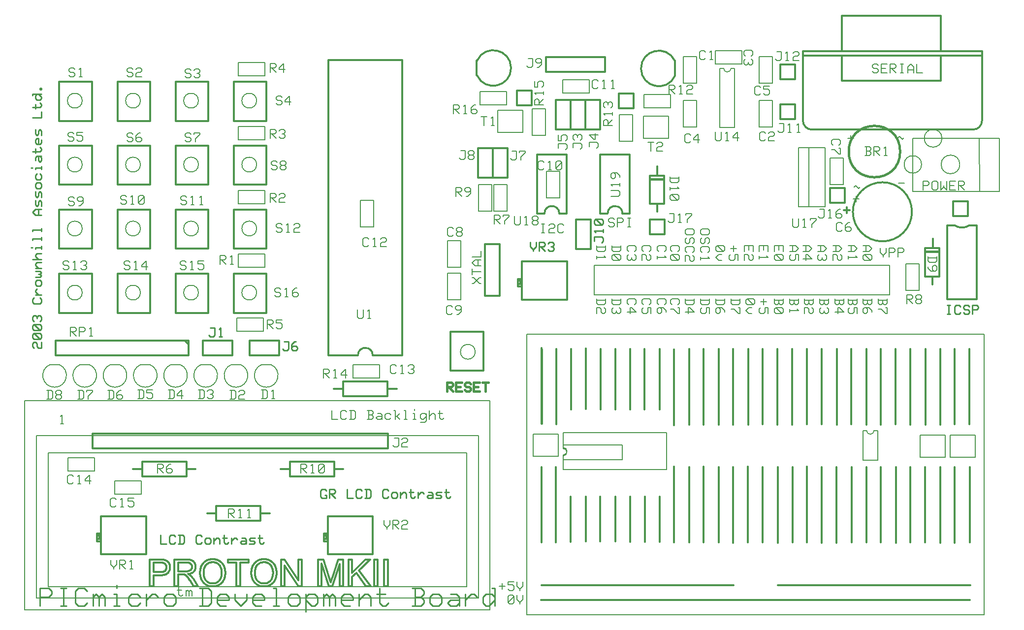
<source format=gbr>
G04 GERBER ASCII OUTPUT FROM: EDWIN 2000 (VER. 1.1 REV. 20011025)*
G04 GERBER FORMAT: RX-274-X*
G04 BOARD: SP_PROTON_SMD2*
G04 ARTWORK OF COMP.PRINT POSITIVE*
%ASAXBY*%
%FSLAX23Y23*%
%MIA0B0*%
%MOIN*%
%OFA0.0000B0.0000*%
%SFA1B1*%
%IJA0B0*%
%INLAYER0POS*%
%IOA0B0*%
%IPPOS*%
%IR0*%
G04 APERTURE MACROS*
%AMEDWDONUT*
1,1,$1,$2,$3*
1,0,$4,$2,$3*
%
%AMEDWFRECT*
2,1,$1,$2,$3,$4,$5,$6*
%
%AMEDWORECT*
2,1,$1,$2,$3,$4,$5,$10*
2,1,$1,$4,$5,$6,$7,$10*
2,1,$1,$6,$7,$8,$9,$10*
2,1,$1,$8,$9,$2,$3,$10*
1,1,$1,$2,$3*
1,1,$1,$4,$5*
1,1,$1,$6,$7*
1,1,$1,$8,$9*
%
%AMEDWLINER*
2,1,$1,$2,$3,$4,$5,$6*
1,1,$1,$2,$3*
1,1,$1,$4,$5*
%
%AMEDWFTRNG*
4,1,3,$1,$2,$3,$4,$5,$6,$7,$8,$9*
%
%AMEDWATRNG*
4,1,3,$1,$2,$3,$4,$5,$6,$7,$8,$9*
2,1,$11,$1,$2,$3,$4,$10*
2,1,$11,$3,$4,$5,$6,$10*
2,1,$11,$5,$6,$7,$8,$10*
1,1,$11,$3,$4*
1,1,$11,$5,$6*
1,1,$11,$7,$8*
%
%AMEDWOTRNG*
2,1,$1,$2,$3,$4,$5,$8*
2,1,$1,$4,$5,$6,$7,$8*
2,1,$1,$6,$7,$2,$3,$8*
1,1,$1,$2,$3*
1,1,$1,$4,$5*
1,1,$1,$6,$7*
%
G04*
G04 APERTURE LIST*
%ADD10R,0.0700X0.0700*%
%ADD11R,0.0940X0.0940*%
%ADD12R,0.0600X0.0600*%
%ADD13R,0.0840X0.0840*%
%ADD14R,0.0800X0.0800*%
%ADD15R,0.1040X0.1040*%
%ADD16R,0.0900X0.0900*%
%ADD17R,0.1140X0.1140*%
%ADD18R,0.0700X0.0650*%
%ADD19R,0.0940X0.0890*%
%ADD20R,0.0600X0.0550*%
%ADD21R,0.0840X0.0790*%
%ADD22R,0.0900X0.0350*%
%ADD23R,0.1140X0.0590*%
%ADD24R,0.0800X0.0250*%
%ADD25R,0.1040X0.0490*%
%ADD26R,0.0650X0.0700*%
%ADD27R,0.0890X0.0940*%
%ADD28R,0.0550X0.0600*%
%ADD29R,0.0790X0.0840*%
%ADD30R,0.0580X0.0500*%
%ADD31R,0.0820X0.0740*%
%ADD32R,0.0480X0.0400*%
%ADD33R,0.0720X0.0640*%
%ADD34R,0.0350X0.0900*%
%ADD35R,0.0590X0.1140*%
%ADD36R,0.0250X0.0800*%
%ADD37R,0.0490X0.1040*%
%ADD38C,0.0010*%
%ADD40C,0.0020*%
%ADD41R,0.0020X0.0020*%
%ADD42C,0.0030*%
%ADD43R,0.0030X0.0030*%
%ADD44C,0.0040*%
%ADD45R,0.0040X0.0040*%
%ADD46C,0.0050*%
%ADD47R,0.0050X0.0050*%
%ADD48C,0.0051*%
%ADD49R,0.0051X0.0051*%
%ADD50C,0.00787*%
%ADD51R,0.00787X0.00787*%
%ADD52C,0.00799*%
%ADD54C,0.0080*%
%ADD55R,0.0080X0.0080*%
%ADD56C,0.00984*%
%ADD57R,0.00984X0.00984*%
%ADD58C,0.0100*%
%ADD59R,0.0100X0.0100*%
%ADD60C,0.0120*%
%ADD62C,0.01299*%
%ADD64C,0.0130*%
%ADD66C,0.0150*%
%ADD68C,0.01598*%
%ADD70C,0.0160*%
%ADD72C,0.01969*%
%ADD73R,0.01969X0.01969*%
%ADD74C,0.0200*%
%ADD76C,0.0250*%
%ADD77R,0.0250X0.0250*%
%ADD78C,0.0280*%
%ADD79R,0.0280X0.0280*%
%ADD80C,0.0290*%
%ADD82C,0.0300*%
%ADD84C,0.03187*%
%ADD86C,0.03199*%
%ADD88C,0.0320*%
%ADD89R,0.0320X0.0320*%
%ADD90C,0.0340*%
%ADD91R,0.0340X0.0340*%
%ADD92C,0.0350*%
%ADD93R,0.0350X0.0350*%
%ADD94C,0.03543*%
%ADD95R,0.03543X0.03543*%
%ADD96C,0.0360*%
%ADD98C,0.03699*%
%ADD100C,0.0370*%
%ADD102C,0.03898*%
%ADD103R,0.03898X0.03898*%
%ADD104C,0.03937*%
%ADD105R,0.03937X0.03937*%
%ADD106C,0.03998*%
%ADD108C,0.0400*%
%ADD110C,0.04252*%
%ADD111R,0.04252X0.04252*%
%ADD112C,0.0440*%
%ADD114C,0.0490*%
%ADD115R,0.0490X0.0490*%
%ADD116C,0.0500*%
%ADD117R,0.0500X0.0500*%
%ADD118C,0.0502*%
%ADD119R,0.0502X0.0502*%
%ADD120C,0.0540*%
%ADD122C,0.0560*%
%ADD123R,0.0560X0.0560*%
%ADD124C,0.0590*%
%ADD125R,0.0590X0.0590*%
%ADD126C,0.05906*%
%ADD127R,0.05906X0.05906*%
%ADD128C,0.05943*%
%ADD129R,0.05943X0.05943*%
%ADD130C,0.0600*%
%ADD131R,0.0600X0.0600*%
%ADD132C,0.0620*%
%ADD133R,0.0620X0.0620*%
%ADD134C,0.06298*%
%ADD135R,0.06298X0.06298*%
%ADD136C,0.06378*%
%ADD137R,0.06378X0.06378*%
%ADD138C,0.06652*%
%ADD139R,0.06652X0.06652*%
%ADD140C,0.06906*%
%ADD141R,0.06906X0.06906*%
%ADD142C,0.0700*%
%ADD143R,0.0700X0.0700*%
%ADD144C,0.0720*%
%ADD145R,0.0720X0.0720*%
%ADD146C,0.0740*%
%ADD148C,0.0742*%
%ADD149R,0.0742X0.0742*%
%ADD150C,0.07559*%
%ADD151R,0.07559X0.07559*%
%ADD152C,0.0760*%
%ADD154C,0.07874*%
%ADD155R,0.07874X0.07874*%
%ADD156C,0.0800*%
%ADD157R,0.0800X0.0800*%
%ADD158C,0.0840*%
%ADD159R,0.0840X0.0840*%
%ADD160C,0.0860*%
%ADD161R,0.0860X0.0860*%
%ADD162C,0.08778*%
%ADD163R,0.08778X0.08778*%
%ADD164C,0.0880*%
%ADD166C,0.08903*%
%ADD167R,0.08903X0.08903*%
%ADD168C,0.08969*%
%ADD169R,0.08969X0.08969*%
%ADD170C,0.0900*%
%ADD171R,0.0900X0.0900*%
%ADD172C,0.09213*%
%ADD173R,0.09213X0.09213*%
%ADD174C,0.0940*%
%ADD175R,0.0940X0.0940*%
%ADD176C,0.09496*%
%ADD177R,0.09496X0.09496*%
%ADD178C,0.0960*%
%ADD179R,0.0960X0.0960*%
%ADD180C,0.09788*%
%ADD181R,0.09788X0.09788*%
%ADD182C,0.09959*%
%ADD183R,0.09959X0.09959*%
%ADD184C,0.1000*%
%ADD186C,0.1040*%
%ADD187R,0.1040X0.1040*%
%ADD188C,0.1060*%
%ADD190C,0.10866*%
%ADD191R,0.10866X0.10866*%
%ADD192C,0.1100*%
%ADD194C,0.1120*%
%ADD196C,0.11303*%
%ADD197R,0.11303X0.11303*%
%ADD198C,0.11369*%
%ADD199R,0.11369X0.11369*%
%ADD200C,0.1140*%
%ADD201R,0.1140X0.1140*%
%ADD202C,0.11613*%
%ADD203R,0.11613X0.11613*%
%ADD204C,0.11896*%
%ADD205R,0.11896X0.11896*%
%ADD206C,0.1200*%
%ADD208C,0.12188*%
%ADD209R,0.12188X0.12188*%
%ADD210C,0.1240*%
%ADD212C,0.12464*%
%ADD213R,0.12464X0.12464*%
%ADD214C,0.1300*%
%ADD216C,0.13266*%
%ADD217R,0.13266X0.13266*%
%ADD218C,0.13465*%
%ADD219R,0.13465X0.13465*%
%ADD220C,0.13553*%
%ADD221R,0.13553X0.13553*%
%ADD222C,0.1378*%
%ADD224C,0.1400*%
%ADD226C,0.1440*%
%ADD228C,0.14864*%
%ADD229R,0.14864X0.14864*%
%ADD230C,0.15059*%
%ADD231R,0.15059X0.15059*%
%ADD232C,0.1540*%
%ADD234C,0.15865*%
%ADD235R,0.15865X0.15865*%
%ADD236C,0.15953*%
%ADD237R,0.15953X0.15953*%
%ADD238C,0.1600*%
%ADD240C,0.16063*%
%ADD241R,0.16063X0.16063*%
%ADD242C,0.1640*%
%ADD244C,0.16535*%
%ADD245R,0.16535X0.16535*%
%ADD246C,0.16669*%
%ADD248C,0.16723*%
%ADD250C,0.1700*%
%ADD252C,0.17061*%
%ADD253R,0.17061X0.17061*%
%ADD254C,0.17459*%
%ADD255R,0.17459X0.17459*%
%ADD256C,0.17717*%
%ADD257R,0.17717X0.17717*%
%ADD258C,0.17953*%
%ADD259R,0.17953X0.17953*%
%ADD260C,0.18189*%
%ADD261R,0.18189X0.18189*%
%ADD262C,0.18244*%
%ADD263R,0.18244X0.18244*%
%ADD264C,0.18298*%
%ADD265R,0.18298X0.18298*%
%ADD266C,0.18463*%
%ADD267R,0.18463X0.18463*%
%ADD268C,0.18657*%
%ADD269R,0.18657X0.18657*%
%ADD270C,0.18878*%
%ADD271R,0.18878X0.18878*%
%ADD272C,0.18935*%
%ADD273R,0.18935X0.18935*%
%ADD274C,0.19069*%
%ADD275R,0.19069X0.19069*%
%ADD276C,0.19123*%
%ADD277R,0.19123X0.19123*%
%ADD278C,0.19134*%
%ADD279R,0.19134X0.19134*%
%ADD280C,0.19461*%
%ADD281R,0.19461X0.19461*%
%ADD282C,0.20353*%
%ADD283R,0.20353X0.20353*%
%ADD284C,0.20589*%
%ADD285R,0.20589X0.20589*%
%ADD286C,0.20644*%
%ADD287R,0.20644X0.20644*%
%ADD288C,0.20698*%
%ADD289R,0.20698X0.20698*%
%ADD290C,0.20709*%
%ADD291R,0.20709X0.20709*%
%ADD292C,0.20787*%
%ADD293R,0.20787X0.20787*%
%ADD294C,0.21057*%
%ADD295R,0.21057X0.21057*%
%ADD296C,0.21278*%
%ADD297R,0.21278X0.21278*%
%ADD298C,0.21534*%
%ADD299R,0.21534X0.21534*%
%ADD300C,0.23109*%
%ADD301R,0.23109X0.23109*%
%ADD303R,0.23187X0.23187*%
%ADD305R,0.24094X0.24094*%
%ADD307R,0.25984X0.25984*%
%ADD309R,0.26494X0.26494*%
%ADD311R,0.28384X0.28384*%
%ADD313R,0.3000X0.3000*%
%ADD315R,0.3060X0.3060*%
%ADD317R,0.31654X0.31654*%
%ADD319R,0.32181X0.32181*%
%ADD321R,0.3240X0.3240*%
%ADD323R,0.3300X0.3300*%
%ADD325R,0.34054X0.34054*%
%ADD327R,0.34423X0.34423*%
%ADD329R,0.34581X0.34581*%
%ADD331R,0.36823X0.36823*%
%ADD333R,0.3685X0.3685*%
%ADD335R,0.38248X0.38248*%
%ADD337R,0.39171X0.39171*%
%ADD339R,0.3925X0.3925*%
%ADD341R,0.40648X0.40648*%
%ADD343R,0.41571X0.41571*%
%ADD345R,0.48074X0.48074*%
%ADD347R,0.50474X0.50474*%
%ADD349R,0.53386X0.53386*%
%ADD351R,0.53858X0.53858*%
%ADD353R,0.55786X0.55786*%
%ADD355R,0.56258X0.56258*%
%ADD357R,0.59944X0.59944*%
%ADD359R,0.61724X0.61724*%
%ADD361R,0.62318X0.62318*%
%ADD363R,0.62344X0.62344*%
%ADD365R,0.64124X0.64124*%
%ADD367R,0.64718X0.64718*%
%ADD369R,0.65197X0.65197*%
%ADD371R,0.67597X0.67597*%
%ADD373R,0.68976X0.68976*%
%ADD375R,0.71376X0.71376*%
%ADD377R,0.73937X0.73937*%
%ADD379R,0.76337X0.76337*%
%ADD381R,0.83268X0.83268*%
%ADD383R,0.85287X0.85287*%
%ADD385R,0.85668X0.85668*%
%ADD387R,0.87687X0.87687*%
%ADD389R,0.94961X0.94961*%
%ADD391R,0.96378X0.96378*%
%ADD393R,0.97361X0.97361*%
%ADD395R,0.98778X0.98778*%
%ADD397R,1.03465X1.03465*%
%ADD399R,1.05865X1.05865*%
%ADD401R,1.29384X1.29384*%
%ADD403R,1.31784X1.31784*%
%ADD405R,1.89657X1.89657*%
%ADD407R,1.89744X1.89744*%
%ADD409R,1.92057X1.92057*%
%ADD411R,1.92144X1.92144*%
%ADD413R,2.13068X2.13068*%
%ADD415R,2.15468X2.15468*%
%ADD417R,2.83228X2.83228*%
%ADD419R,2.85628X2.85628*%
%ADD421R,3.07205X3.07205*%
%ADD423R,3.09605X3.09605*%
%ADD425R,3.12726X3.12726*%
%ADD427R,3.15126X3.15126*%
%ADD429R,3.8501X3.8501*%
%ADD431R,3.8741X3.8741*%
G04*
D46* 
X4Y1456D02*
X4Y39D01*
X3154Y39D01*
X3154Y1456D01*
X4Y1456D01*
X3075Y1220D02*
X3075Y117D01*
X83Y117D01*
X83Y1220D01*
X3075Y1220D01*
X2996Y196D02*
X2996Y1102D01*
X162Y1102D01*
X162Y196D01*
X2996Y196D01*
D64* 
X2260Y1763D02*
X2060Y1763D01*
X2060Y3763D01*
X2560Y3763D01*
X2560Y1763D01*
X2360Y1763D01*
G75*
G01X2360Y1763D02*
G03X2260Y1763I-50J0D01*
G01*
D50* 
X2258Y2071D02*
X2258Y2021D01*
X2268Y2011D01*
X2288Y2011D01*
X2298Y2021D01*
X2298Y2071D01*
X2328Y2011D02*
X2348Y2011D01*
X2338Y2011D02*
X2338Y2071D01*
X2328Y2061D01*
D64* 
X459Y3614D02*
X459Y3350D01*
X238Y3350D01*
X238Y3614D01*
X459Y3614D01*
D46* 
G75*
G01X393Y3487D02*
G03X393Y3487I-50J0D01*
G01*
D50* 
X304Y3659D02*
X314Y3649D01*
X334Y3649D01*
X344Y3659D01*
X344Y3669D01*
X334Y3679D01*
X314Y3679D01*
X304Y3689D01*
X304Y3699D01*
X314Y3709D01*
X334Y3709D01*
X344Y3699D01*
X374Y3649D02*
X394Y3649D01*
X384Y3649D02*
X384Y3709D01*
X374Y3699D01*
D64* 
X853Y3614D02*
X853Y3350D01*
X632Y3350D01*
X632Y3614D01*
X853Y3614D01*
D46* 
G75*
G01X787Y3487D02*
G03X787Y3487I-50J0D01*
G01*
D50* 
X695Y3659D02*
X705Y3649D01*
X725Y3649D01*
X735Y3659D01*
X735Y3669D01*
X725Y3679D01*
X705Y3679D01*
X695Y3689D01*
X695Y3699D01*
X705Y3709D01*
X725Y3709D01*
X735Y3699D01*
X755Y3699D02*
X765Y3709D01*
X785Y3709D01*
X795Y3699D01*
X795Y3689D01*
X785Y3679D01*
X765Y3679D01*
X755Y3669D01*
X755Y3649D01*
X795Y3649D01*
D64* 
X1246Y3614D02*
X1246Y3350D01*
X1025Y3350D01*
X1025Y3614D01*
X1246Y3614D01*
D46* 
G75*
G01X1180Y3487D02*
G03X1180Y3487I-50J0D01*
G01*
D50* 
X1089Y3653D02*
X1099Y3643D01*
X1119Y3643D01*
X1129Y3653D01*
X1129Y3663D01*
X1119Y3673D01*
X1099Y3673D01*
X1089Y3683D01*
X1089Y3693D01*
X1099Y3703D01*
X1119Y3703D01*
X1129Y3693D01*
X1149Y3693D02*
X1159Y3703D01*
X1179Y3703D01*
X1189Y3693D01*
X1189Y3683D01*
X1179Y3673D01*
X1169Y3673D01*
X1179Y3673D02*
X1189Y3663D01*
X1189Y3653D01*
X1179Y3643D01*
X1159Y3643D01*
X1149Y3653D01*
D64* 
X1640Y3614D02*
X1640Y3350D01*
X1419Y3350D01*
X1419Y3614D01*
X1640Y3614D01*
D46* 
G75*
G01X1574Y3487D02*
G03X1574Y3487I-50J0D01*
G01*
D50* 
X1707Y3468D02*
X1717Y3458D01*
X1737Y3458D01*
X1747Y3468D01*
X1747Y3478D01*
X1737Y3488D01*
X1717Y3488D01*
X1707Y3498D01*
X1707Y3508D01*
X1717Y3518D01*
X1737Y3518D01*
X1747Y3508D01*
X1807Y3478D02*
X1767Y3478D01*
X1767Y3488D01*
X1797Y3518D01*
X1797Y3458D01*
D64* 
X459Y3181D02*
X459Y2917D01*
X238Y2917D01*
X238Y3181D01*
X459Y3181D01*
D46* 
G75*
G01X393Y3054D02*
G03X393Y3054I-50J0D01*
G01*
D50* 
X295Y3222D02*
X305Y3212D01*
X325Y3212D01*
X335Y3222D01*
X335Y3232D01*
X325Y3242D01*
X305Y3242D01*
X295Y3252D01*
X295Y3262D01*
X305Y3272D01*
X325Y3272D01*
X335Y3262D01*
X355Y3222D02*
X365Y3212D01*
X385Y3212D01*
X395Y3222D01*
X395Y3242D01*
X385Y3252D01*
X355Y3252D01*
X355Y3272D01*
X395Y3272D01*
D64* 
X853Y3181D02*
X853Y2917D01*
X632Y2917D01*
X632Y3181D01*
X853Y3181D01*
D46* 
G75*
G01X787Y3054D02*
G03X787Y3054I-50J0D01*
G01*
D50* 
X695Y3217D02*
X705Y3207D01*
X725Y3207D01*
X735Y3217D01*
X735Y3227D01*
X725Y3237D01*
X705Y3237D01*
X695Y3247D01*
X695Y3257D01*
X705Y3267D01*
X725Y3267D01*
X735Y3257D01*
X755Y3227D02*
X765Y3237D01*
X785Y3237D01*
X795Y3227D01*
X795Y3217D01*
X785Y3207D01*
X765Y3207D01*
X755Y3217D01*
X755Y3247D01*
X775Y3267D01*
X785Y3267D01*
D64* 
X1246Y3181D02*
X1246Y2917D01*
X1025Y2917D01*
X1025Y3181D01*
X1246Y3181D01*
D46* 
G75*
G01X1180Y3054D02*
G03X1180Y3054I-50J0D01*
G01*
D50* 
X1089Y3218D02*
X1099Y3208D01*
X1119Y3208D01*
X1129Y3218D01*
X1129Y3228D01*
X1119Y3238D01*
X1099Y3238D01*
X1089Y3248D01*
X1089Y3258D01*
X1099Y3268D01*
X1119Y3268D01*
X1129Y3258D01*
X1159Y3208D02*
X1159Y3228D01*
X1189Y3258D01*
X1189Y3268D01*
X1149Y3268D01*
X1149Y3258D01*
D64* 
X1640Y3181D02*
X1640Y2917D01*
X1419Y2917D01*
X1419Y3181D01*
X1640Y3181D01*
D46* 
G75*
G01X1574Y3054D02*
G03X1574Y3054I-50J0D01*
G01*
D50* 
X1674Y3027D02*
X1684Y3017D01*
X1704Y3017D01*
X1714Y3027D01*
X1714Y3037D01*
X1704Y3047D01*
X1684Y3047D01*
X1674Y3057D01*
X1674Y3067D01*
X1684Y3077D01*
X1704Y3077D01*
X1714Y3067D01*
X1734Y3027D02*
X1734Y3037D01*
X1744Y3047D01*
X1764Y3047D01*
X1774Y3057D01*
X1774Y3067D01*
X1764Y3077D01*
X1744Y3077D01*
X1734Y3067D01*
X1734Y3057D01*
X1744Y3047D01*
X1764Y3047D02*
X1774Y3037D01*
X1774Y3027D01*
X1764Y3017D01*
X1744Y3017D01*
X1734Y3027D01*
D64* 
X459Y2748D02*
X459Y2484D01*
X238Y2484D01*
X238Y2748D01*
X459Y2748D01*
D46* 
G75*
G01X393Y2621D02*
G03X393Y2621I-50J0D01*
G01*
D50* 
X300Y2785D02*
X310Y2775D01*
X330Y2775D01*
X340Y2785D01*
X340Y2795D01*
X330Y2805D01*
X310Y2805D01*
X300Y2815D01*
X300Y2825D01*
X310Y2835D01*
X330Y2835D01*
X340Y2825D01*
X370Y2775D02*
X380Y2775D01*
X400Y2795D01*
X400Y2825D01*
X390Y2835D01*
X370Y2835D01*
X360Y2825D01*
X360Y2815D01*
X370Y2805D01*
X390Y2805D01*
X400Y2815D01*
D64* 
X853Y2748D02*
X853Y2484D01*
X632Y2484D01*
X632Y2748D01*
X853Y2748D01*
D46* 
G75*
G01X787Y2621D02*
G03X787Y2621I-50J0D01*
G01*
D50* 
X653Y2795D02*
X663Y2785D01*
X683Y2785D01*
X693Y2795D01*
X693Y2805D01*
X683Y2815D01*
X663Y2815D01*
X653Y2825D01*
X653Y2835D01*
X663Y2845D01*
X683Y2845D01*
X693Y2835D01*
X723Y2785D02*
X743Y2785D01*
X733Y2785D02*
X733Y2845D01*
X723Y2835D01*
X773Y2795D02*
X773Y2835D01*
X783Y2845D01*
X803Y2845D01*
X813Y2835D01*
X813Y2795D01*
X803Y2785D01*
X783Y2785D01*
X773Y2795D01*
X813Y2835D01*
D64* 
X1246Y2748D02*
X1246Y2484D01*
X1025Y2484D01*
X1025Y2748D01*
X1246Y2748D01*
D46* 
G75*
G01X1180Y2621D02*
G03X1180Y2621I-50J0D01*
G01*
D50* 
X1061Y2792D02*
X1071Y2782D01*
X1091Y2782D01*
X1101Y2792D01*
X1101Y2802D01*
X1091Y2812D01*
X1071Y2812D01*
X1061Y2822D01*
X1061Y2832D01*
X1071Y2842D01*
X1091Y2842D01*
X1101Y2832D01*
X1131Y2782D02*
X1151Y2782D01*
X1141Y2782D02*
X1141Y2842D01*
X1131Y2832D01*
X1191Y2782D02*
X1211Y2782D01*
X1201Y2782D02*
X1201Y2842D01*
X1191Y2832D01*
D64* 
X3933Y3782D02*
X3933Y3682D01*
X3533Y3682D01*
X3533Y3782D01*
X3933Y3782D01*
D50* 
X3403Y3722D02*
X3413Y3712D01*
X3433Y3712D01*
X3443Y3722D01*
X3443Y3772D01*
X3413Y3772D01*
X3473Y3712D02*
X3483Y3712D01*
X3503Y3732D01*
X3503Y3762D01*
X3493Y3772D01*
X3473Y3772D01*
X3463Y3762D01*
X3463Y3752D01*
X3473Y3742D01*
X3493Y3742D01*
X3503Y3752D01*
D46* 
X3403Y6D02*
X6501Y6D01*
X6501Y1905D01*
X3403Y1905D01*
X3403Y6D01*
D54* 
X1620Y2014D02*
X1620Y1924D01*
X1440Y1924D01*
X1440Y2014D01*
X1620Y2014D01*
D50* 
X1645Y1942D02*
X1645Y2002D01*
X1675Y2002D01*
X1685Y1992D01*
X1685Y1982D01*
X1675Y1972D01*
X1645Y1972D01*
X1655Y1972D02*
X1685Y1942D01*
X1705Y1952D02*
X1715Y1942D01*
X1735Y1942D01*
X1745Y1952D01*
X1745Y1972D01*
X1735Y1982D01*
X1705Y1982D01*
X1705Y2002D01*
X1745Y2002D01*
D54* 
X1451Y3656D02*
X1451Y3746D01*
X1631Y3746D01*
X1631Y3656D01*
X1451Y3656D01*
D46* 
X1667Y3677D02*
X1667Y3737D01*
X1697Y3737D01*
X1707Y3727D01*
X1707Y3717D01*
X1697Y3707D01*
X1667Y3707D01*
X1677Y3707D02*
X1707Y3677D01*
X1767Y3697D02*
X1727Y3697D01*
X1727Y3707D01*
X1757Y3737D01*
X1757Y3677D01*
D54* 
X1451Y3223D02*
X1451Y3313D01*
X1631Y3313D01*
X1631Y3223D01*
X1451Y3223D01*
D50* 
X1666Y3232D02*
X1666Y3292D01*
X1696Y3292D01*
X1706Y3282D01*
X1706Y3272D01*
X1696Y3262D01*
X1666Y3262D01*
X1676Y3262D02*
X1706Y3232D01*
X1726Y3282D02*
X1736Y3292D01*
X1756Y3292D01*
X1766Y3282D01*
X1766Y3272D01*
X1756Y3262D01*
X1746Y3262D01*
X1756Y3262D02*
X1766Y3252D01*
X1766Y3242D01*
X1756Y3232D01*
X1736Y3232D01*
X1726Y3242D01*
D54* 
X1451Y2790D02*
X1451Y2880D01*
X1631Y2880D01*
X1631Y2790D01*
X1451Y2790D01*
D50* 
X1667Y2800D02*
X1667Y2860D01*
X1697Y2860D01*
X1707Y2850D01*
X1707Y2840D01*
X1697Y2830D01*
X1667Y2830D01*
X1677Y2830D02*
X1707Y2800D01*
X1727Y2850D02*
X1737Y2860D01*
X1757Y2860D01*
X1767Y2850D01*
X1767Y2840D01*
X1757Y2830D01*
X1737Y2830D01*
X1727Y2820D01*
X1727Y2800D01*
X1767Y2800D01*
D54* 
X1451Y2357D02*
X1451Y2447D01*
X1631Y2447D01*
X1631Y2357D01*
X1451Y2357D01*
D50* 
X1328Y2380D02*
X1328Y2440D01*
X1358Y2440D01*
X1368Y2430D01*
X1368Y2420D01*
X1358Y2410D01*
X1328Y2410D01*
X1338Y2410D02*
X1368Y2380D01*
X1398Y2380D02*
X1418Y2380D01*
X1408Y2380D02*
X1408Y2440D01*
X1398Y2430D01*
D64* 
X1640Y2748D02*
X1640Y2484D01*
X1419Y2484D01*
X1419Y2748D01*
X1640Y2748D01*
D46* 
G75*
G01X1574Y2621D02*
G03X1574Y2621I-50J0D01*
G01*
D50* 
X1707Y2604D02*
X1717Y2594D01*
X1737Y2594D01*
X1747Y2604D01*
X1747Y2614D01*
X1737Y2624D01*
X1717Y2624D01*
X1707Y2634D01*
X1707Y2644D01*
X1717Y2654D01*
X1737Y2654D01*
X1747Y2644D01*
X1777Y2594D02*
X1797Y2594D01*
X1787Y2594D02*
X1787Y2654D01*
X1777Y2644D01*
X1827Y2644D02*
X1837Y2654D01*
X1857Y2654D01*
X1867Y2644D01*
X1867Y2634D01*
X1857Y2624D01*
X1837Y2624D01*
X1827Y2614D01*
X1827Y2594D01*
X1867Y2594D01*
D64* 
X459Y2314D02*
X459Y2050D01*
X238Y2050D01*
X238Y2314D01*
X459Y2314D01*
D46* 
G75*
G01X393Y2187D02*
G03X393Y2187I-50J0D01*
G01*
D50* 
X263Y2353D02*
X273Y2343D01*
X293Y2343D01*
X303Y2353D01*
X303Y2363D01*
X293Y2373D01*
X273Y2373D01*
X263Y2383D01*
X263Y2393D01*
X273Y2403D01*
X293Y2403D01*
X303Y2393D01*
X333Y2343D02*
X353Y2343D01*
X343Y2343D02*
X343Y2403D01*
X333Y2393D01*
X383Y2393D02*
X393Y2403D01*
X413Y2403D01*
X423Y2393D01*
X423Y2383D01*
X413Y2373D01*
X403Y2373D01*
X413Y2373D02*
X423Y2363D01*
X423Y2353D01*
X413Y2343D01*
X393Y2343D01*
X383Y2353D01*
D64* 
X853Y2314D02*
X853Y2050D01*
X632Y2050D01*
X632Y2314D01*
X853Y2314D01*
D46* 
G75*
G01X787Y2187D02*
G03X787Y2187I-50J0D01*
G01*
D50* 
X675Y2353D02*
X685Y2343D01*
X705Y2343D01*
X715Y2353D01*
X715Y2363D01*
X705Y2373D01*
X685Y2373D01*
X675Y2383D01*
X675Y2393D01*
X685Y2403D01*
X705Y2403D01*
X715Y2393D01*
X745Y2343D02*
X765Y2343D01*
X755Y2343D02*
X755Y2403D01*
X745Y2393D01*
X835Y2363D02*
X795Y2363D01*
X795Y2373D01*
X825Y2403D01*
X825Y2343D01*
D64* 
X1246Y2314D02*
X1246Y2050D01*
X1025Y2050D01*
X1025Y2314D01*
X1246Y2314D01*
D46* 
G75*
G01X1180Y2187D02*
G03X1180Y2187I-50J0D01*
G01*
D50* 
X1057Y2353D02*
X1067Y2343D01*
X1087Y2343D01*
X1097Y2353D01*
X1097Y2363D01*
X1087Y2373D01*
X1067Y2373D01*
X1057Y2383D01*
X1057Y2393D01*
X1067Y2403D01*
X1087Y2403D01*
X1097Y2393D01*
X1127Y2343D02*
X1147Y2343D01*
X1137Y2343D02*
X1137Y2403D01*
X1127Y2393D01*
X1177Y2353D02*
X1187Y2343D01*
X1207Y2343D01*
X1217Y2353D01*
X1217Y2373D01*
X1207Y2383D01*
X1177Y2383D01*
X1177Y2403D01*
X1217Y2403D01*
D64* 
X1640Y2314D02*
X1640Y2050D01*
X1419Y2050D01*
X1419Y2314D01*
X1640Y2314D01*
D46* 
G75*
G01X1574Y2187D02*
G03X1574Y2187I-50J0D01*
G01*
D50* 
X1698Y2170D02*
X1708Y2160D01*
X1728Y2160D01*
X1738Y2170D01*
X1738Y2180D01*
X1728Y2190D01*
X1708Y2190D01*
X1698Y2200D01*
X1698Y2210D01*
X1708Y2220D01*
X1728Y2220D01*
X1738Y2210D01*
X1768Y2160D02*
X1788Y2160D01*
X1778Y2160D02*
X1778Y2220D01*
X1768Y2210D01*
X1818Y2180D02*
X1828Y2190D01*
X1848Y2190D01*
X1858Y2180D01*
X1858Y2170D01*
X1848Y2160D01*
X1828Y2160D01*
X1818Y2170D01*
X1818Y2200D01*
X1838Y2220D01*
X1848Y2220D01*
D64* 
X6450Y2643D02*
X6450Y2143D01*
X6250Y2143D01*
X6250Y2643D01*
G75*
G01X6300Y2643D02*
G03X6400Y2643I50J70D01*
G01*
X6400Y2643D02*
X6450Y2643D01*
X6300Y2643D02*
X6250Y2643D01*
D58* 
X6249Y2041D02*
X6269Y2041D01*
X6259Y2041D02*
X6259Y2101D01*
X6249Y2101D02*
X6269Y2101D01*
X6339Y2051D02*
X6329Y2041D01*
X6309Y2041D01*
X6299Y2051D01*
X6299Y2091D01*
X6309Y2101D01*
X6329Y2101D01*
X6339Y2091D01*
X6359Y2051D02*
X6369Y2041D01*
X6389Y2041D01*
X6399Y2051D01*
X6399Y2061D01*
X6389Y2071D01*
X6369Y2071D01*
X6359Y2081D01*
X6359Y2091D01*
X6369Y2101D01*
X6389Y2101D01*
X6399Y2091D01*
X6419Y2041D02*
X6419Y2101D01*
X6449Y2101D01*
X6459Y2091D01*
X6459Y2081D01*
X6449Y2071D01*
X6419Y2071D01*
D64* 
X800Y993D02*
X737Y993D01*
X1100Y993D02*
X1161Y993D01*
X800Y1043D02*
X800Y943D01*
X1100Y943D01*
X1100Y1043D01*
X800Y1043D01*
D50* 
X902Y965D02*
X902Y1025D01*
X932Y1025D01*
X942Y1015D01*
X942Y1005D01*
X932Y995D01*
X902Y995D01*
X912Y995D02*
X942Y965D01*
X962Y985D02*
X972Y995D01*
X992Y995D01*
X1002Y985D01*
X1002Y975D01*
X992Y965D01*
X972Y965D01*
X962Y975D01*
X962Y1005D01*
X982Y1025D01*
X992Y1025D01*
D54* 
X1674Y1699D02*
X1609Y1699D01*
G75*
G01X1609Y1700D02*
G03X1669Y1700I30J-74D01*
G01*
D50* 
X1605Y1468D02*
X1635Y1468D01*
X1645Y1478D01*
X1645Y1518D01*
X1635Y1528D01*
X1605Y1528D01*
X1615Y1528D02*
X1615Y1468D01*
X1675Y1468D02*
X1695Y1468D01*
X1685Y1468D02*
X1685Y1528D01*
X1675Y1518D01*
D54* 
X1469Y1699D02*
X1404Y1699D01*
G75*
G01X1404Y1700D02*
G03X1464Y1700I30J-74D01*
G01*
D50* 
X1393Y1466D02*
X1423Y1466D01*
X1433Y1476D01*
X1433Y1516D01*
X1423Y1526D01*
X1393Y1526D01*
X1403Y1526D02*
X1403Y1466D01*
X1453Y1516D02*
X1463Y1526D01*
X1483Y1526D01*
X1493Y1516D01*
X1493Y1506D01*
X1483Y1496D01*
X1463Y1496D01*
X1453Y1486D01*
X1453Y1466D01*
X1493Y1466D01*
D54* 
X1264Y1699D02*
X1199Y1699D01*
G75*
G01X1199Y1700D02*
G03X1259Y1700I30J-74D01*
G01*
D50* 
X1179Y1469D02*
X1209Y1469D01*
X1219Y1479D01*
X1219Y1519D01*
X1209Y1529D01*
X1179Y1529D01*
X1189Y1529D02*
X1189Y1469D01*
X1239Y1519D02*
X1249Y1529D01*
X1269Y1529D01*
X1279Y1519D01*
X1279Y1509D01*
X1269Y1499D01*
X1259Y1499D01*
X1269Y1499D02*
X1279Y1489D01*
X1279Y1479D01*
X1269Y1469D01*
X1249Y1469D01*
X1239Y1479D01*
D64* 
X1410Y1861D02*
X1410Y1761D01*
X1210Y1761D01*
X1210Y1861D01*
X1410Y1861D01*
D58* 
X1250Y1899D02*
X1260Y1889D01*
X1280Y1889D01*
X1290Y1899D01*
X1290Y1949D01*
X1260Y1949D01*
X1320Y1889D02*
X1340Y1889D01*
X1330Y1889D02*
X1330Y1949D01*
X1320Y1939D01*
D54* 
X4786Y3706D02*
X4811Y3706D01*
X4811Y3306D01*
X4711Y3306D01*
X4711Y3706D01*
X4736Y3706D01*
G75*
G01X4736Y3706D02*
G03X4786Y3706I25J0D01*
G01*
D50* 
X4681Y3275D02*
X4681Y3225D01*
X4691Y3215D01*
X4711Y3215D01*
X4721Y3225D01*
X4721Y3275D01*
X4751Y3215D02*
X4771Y3215D01*
X4761Y3215D02*
X4761Y3275D01*
X4751Y3265D01*
X4841Y3235D02*
X4801Y3235D01*
X4801Y3245D01*
X4831Y3275D01*
X4831Y3215D01*
D54* 
X4975Y3785D02*
X5065Y3785D01*
X5065Y3605D01*
X4975Y3605D01*
X4975Y3785D01*
D50* 
X4985Y3535D02*
X4975Y3525D01*
X4955Y3525D01*
X4945Y3535D01*
X4945Y3575D01*
X4955Y3585D01*
X4975Y3585D01*
X4985Y3575D01*
X5005Y3535D02*
X5015Y3525D01*
X5035Y3525D01*
X5045Y3535D01*
X5045Y3555D01*
X5035Y3565D01*
X5005Y3565D01*
X5005Y3585D01*
X5045Y3585D01*
D54* 
X4463Y3490D02*
X4553Y3490D01*
X4553Y3310D01*
X4463Y3310D01*
X4463Y3490D01*
D50* 
X4513Y3211D02*
X4503Y3201D01*
X4483Y3201D01*
X4473Y3211D01*
X4473Y3251D01*
X4483Y3261D01*
X4503Y3261D01*
X4513Y3251D01*
X4573Y3221D02*
X4533Y3221D01*
X4533Y3231D01*
X4563Y3261D01*
X4563Y3201D01*
D54* 
X4859Y3825D02*
X4859Y3735D01*
X4679Y3735D01*
X4679Y3825D01*
X4859Y3825D01*
D50* 
X4884Y3788D02*
X4874Y3798D01*
X4874Y3818D01*
X4884Y3828D01*
X4924Y3828D01*
X4934Y3818D01*
X4934Y3798D01*
X4924Y3788D01*
X4924Y3768D02*
X4934Y3758D01*
X4934Y3738D01*
X4924Y3728D01*
X4914Y3728D01*
X4904Y3738D01*
X4904Y3748D01*
X4904Y3738D02*
X4894Y3728D01*
X4884Y3728D01*
X4874Y3738D01*
X4874Y3758D01*
X4884Y3768D01*
D54* 
X5065Y3310D02*
X4975Y3310D01*
X4975Y3490D01*
X5065Y3490D01*
X5065Y3310D01*
D50* 
X5019Y3224D02*
X5009Y3214D01*
X4989Y3214D01*
X4979Y3224D01*
X4979Y3264D01*
X4989Y3274D01*
X5009Y3274D01*
X5019Y3264D01*
X5039Y3264D02*
X5049Y3274D01*
X5069Y3274D01*
X5079Y3264D01*
X5079Y3254D01*
X5069Y3244D01*
X5049Y3244D01*
X5039Y3234D01*
X5039Y3214D01*
X5079Y3214D01*
D54* 
X4463Y3785D02*
X4553Y3785D01*
X4553Y3605D01*
X4463Y3605D01*
X4463Y3785D01*
D50* 
X4612Y3775D02*
X4602Y3765D01*
X4582Y3765D01*
X4572Y3775D01*
X4572Y3815D01*
X4582Y3825D01*
X4602Y3825D01*
X4612Y3815D01*
X4642Y3765D02*
X4662Y3765D01*
X4652Y3765D02*
X4652Y3825D01*
X4642Y3815D01*
D64* 
G75*
G01X6011Y2734D02*
G03X6011Y2734I-200J0D01*
G01*
X5551Y2744D02*
X5591Y2744D01*
X5571Y2764D02*
X5571Y2724D01*
D50* 
X5539Y2612D02*
X5529Y2602D01*
X5509Y2602D01*
X5499Y2612D01*
X5499Y2652D01*
X5509Y2662D01*
X5529Y2662D01*
X5539Y2652D01*
X5559Y2622D02*
X5569Y2632D01*
X5589Y2632D01*
X5599Y2622D01*
X5599Y2612D01*
X5589Y2602D01*
X5569Y2602D01*
X5559Y2612D01*
X5559Y2642D01*
X5579Y2662D01*
X5589Y2662D01*
D54* 
X1060Y1699D02*
X995Y1699D01*
G75*
G01X995Y1700D02*
G03X1055Y1700I30J-74D01*
G01*
D50* 
X977Y1469D02*
X1007Y1469D01*
X1017Y1479D01*
X1017Y1519D01*
X1007Y1529D01*
X977Y1529D01*
X987Y1529D02*
X987Y1469D01*
X1077Y1489D02*
X1037Y1489D01*
X1037Y1499D01*
X1067Y1529D01*
X1067Y1469D01*
D54* 
X855Y1699D02*
X790Y1699D01*
G75*
G01X790Y1700D02*
G03X850Y1700I30J-74D01*
G01*
D50* 
X769Y1469D02*
X799Y1469D01*
X809Y1479D01*
X809Y1519D01*
X799Y1529D01*
X769Y1529D01*
X779Y1529D02*
X779Y1469D01*
X829Y1479D02*
X839Y1469D01*
X859Y1469D01*
X869Y1479D01*
X869Y1499D01*
X859Y1509D01*
X829Y1509D01*
X829Y1529D01*
X869Y1529D01*
D54* 
X650Y1699D02*
X585Y1699D01*
G75*
G01X585Y1700D02*
G03X645Y1700I30J-74D01*
G01*
D50* 
X566Y1466D02*
X596Y1466D01*
X606Y1476D01*
X606Y1516D01*
X596Y1526D01*
X566Y1526D01*
X576Y1526D02*
X576Y1466D01*
X626Y1486D02*
X636Y1496D01*
X656Y1496D01*
X666Y1486D01*
X666Y1476D01*
X656Y1466D01*
X636Y1466D01*
X626Y1476D01*
X626Y1506D01*
X646Y1526D01*
X656Y1526D01*
D54* 
X445Y1699D02*
X380Y1699D01*
G75*
G01X380Y1700D02*
G03X440Y1700I30J-74D01*
G01*
D50* 
X364Y1466D02*
X394Y1466D01*
X404Y1476D01*
X404Y1516D01*
X394Y1526D01*
X364Y1526D01*
X374Y1526D02*
X374Y1466D01*
X434Y1466D02*
X434Y1486D01*
X464Y1516D01*
X464Y1526D01*
X424Y1526D01*
X424Y1516D01*
D54* 
X241Y1699D02*
X176Y1699D01*
G75*
G01X176Y1700D02*
G03X236Y1700I30J-74D01*
G01*
D50* 
X152Y1466D02*
X182Y1466D01*
X192Y1476D01*
X192Y1516D01*
X182Y1526D01*
X152Y1526D01*
X162Y1526D02*
X162Y1466D01*
X212Y1476D02*
X212Y1486D01*
X222Y1496D01*
X242Y1496D01*
X252Y1506D01*
X252Y1516D01*
X242Y1526D01*
X222Y1526D01*
X212Y1516D01*
X212Y1506D01*
X222Y1496D01*
X242Y1496D02*
X252Y1486D01*
X252Y1476D01*
X242Y1466D01*
X222Y1466D01*
X212Y1476D01*
D64* 
X1113Y1761D02*
X213Y1761D01*
X213Y1861D01*
X1113Y1861D01*
X1113Y1761D01*
X1088Y1861D02*
X1113Y1836D01*
D50* 
X312Y1891D02*
X312Y1951D01*
X342Y1951D01*
X352Y1941D01*
X352Y1931D01*
X342Y1921D01*
X312Y1921D01*
X322Y1921D02*
X352Y1891D01*
X372Y1891D02*
X372Y1951D01*
X402Y1951D01*
X412Y1941D01*
X412Y1931D01*
X402Y1921D01*
X372Y1921D01*
X442Y1891D02*
X462Y1891D01*
X452Y1891D02*
X452Y1951D01*
X442Y1941D01*
D68* 
G75*
G01X5931Y3142D02*
G03X5931Y3142I-174J0D01*
G01*
D50* 
X5694Y3116D02*
X5724Y3116D01*
X5734Y3126D01*
X5734Y3136D01*
X5724Y3146D01*
X5704Y3146D01*
X5724Y3146D02*
X5734Y3156D01*
X5734Y3166D01*
X5724Y3176D01*
X5694Y3176D01*
X5704Y3176D02*
X5704Y3116D01*
X5754Y3116D02*
X5754Y3176D01*
X5784Y3176D01*
X5794Y3166D01*
X5794Y3156D01*
X5784Y3146D01*
X5754Y3146D01*
X5764Y3146D02*
X5794Y3116D01*
X5824Y3116D02*
X5844Y3116D01*
X5834Y3116D02*
X5834Y3176D01*
X5824Y3166D01*
D64* 
X5328Y3291D02*
X6425Y3291D01*
G75*
G01X5273Y3351D02*
G03X5333Y3291I60J0D01*
G01*
G75*
G01X6425Y3291D02*
G03X6485Y3351I0J60D01*
G01*
X6485Y3351D02*
X6485Y3791D01*
X5273Y3791D01*
X6485Y3791D02*
X6485Y3821D01*
X5273Y3821D01*
X5273Y3351D01*
X6205Y3821D02*
X6205Y4061D01*
X5535Y4061D01*
X5535Y3821D01*
X6205Y3791D02*
X6205Y3621D01*
X5535Y3621D01*
X5535Y3791D01*
D50* 
X5742Y3686D02*
X5752Y3676D01*
X5772Y3676D01*
X5782Y3686D01*
X5782Y3696D01*
X5772Y3706D01*
X5752Y3706D01*
X5742Y3716D01*
X5742Y3726D01*
X5752Y3736D01*
X5772Y3736D01*
X5782Y3726D01*
X5842Y3676D02*
X5802Y3676D01*
X5802Y3736D01*
X5842Y3736D01*
X5802Y3706D02*
X5832Y3706D01*
X5862Y3676D02*
X5862Y3736D01*
X5892Y3736D01*
X5902Y3726D01*
X5902Y3716D01*
X5892Y3706D01*
X5862Y3706D01*
X5872Y3706D02*
X5902Y3676D01*
X5932Y3676D02*
X5952Y3676D01*
X5942Y3676D02*
X5942Y3736D01*
X5932Y3736D02*
X5952Y3736D01*
X5982Y3676D02*
X5982Y3716D01*
X6002Y3736D01*
X6022Y3716D01*
X6022Y3676D01*
X6022Y3696D02*
X5982Y3696D01*
X6042Y3736D02*
X6042Y3676D01*
X6082Y3676D01*
D46* 
G75*
G01X6076Y3055D02*
G03X6076Y3055I-59J0D01*
G01*
G75*
G01X6335Y3055D02*
G03X6335Y3055I-63J0D01*
G01*
G75*
G01X6214Y3232D02*
G03X6214Y3232I-60J0D01*
G01*
X6016Y3232D02*
X6016Y2873D01*
X6603Y2873D01*
X6603Y3232D01*
X6016Y3232D01*
X6467Y3231D02*
X6469Y2878D01*
D50* 
X6087Y2881D02*
X6087Y2941D01*
X6117Y2941D01*
X6127Y2931D01*
X6127Y2921D01*
X6117Y2911D01*
X6087Y2911D01*
X6147Y2891D02*
X6147Y2931D01*
X6157Y2941D01*
X6177Y2941D01*
X6187Y2931D01*
X6187Y2891D01*
X6177Y2881D01*
X6157Y2881D01*
X6147Y2891D01*
X6207Y2941D02*
X6207Y2881D01*
X6227Y2901D01*
X6227Y2911D01*
X6227Y2901D02*
X6247Y2881D01*
X6247Y2941D01*
X6307Y2881D02*
X6267Y2881D01*
X6267Y2941D01*
X6307Y2941D01*
X6267Y2911D02*
X6297Y2911D01*
X6327Y2881D02*
X6327Y2941D01*
X6357Y2941D01*
X6367Y2931D01*
X6367Y2921D01*
X6357Y2911D01*
X6327Y2911D01*
X6337Y2911D02*
X6367Y2881D01*
D64* 
X3800Y3293D02*
X3700Y3293D01*
X3700Y3493D01*
X3800Y3493D01*
X3800Y3293D01*
D50* 
X3767Y3159D02*
X3777Y3169D01*
X3777Y3189D01*
X3767Y3199D01*
X3717Y3199D01*
X3717Y3169D01*
X3727Y3219D02*
X3717Y3229D01*
X3717Y3249D01*
X3727Y3259D01*
X3737Y3259D01*
X3747Y3249D01*
X3747Y3239D01*
X3747Y3249D02*
X3757Y3259D01*
X3767Y3259D01*
X3777Y3249D01*
X3777Y3229D01*
X3767Y3219D01*
D64* 
X3951Y2723D02*
X3901Y2723D01*
X3901Y3123D01*
X4101Y3123D01*
X4101Y2723D01*
X4051Y2723D01*
G75*
G01X4051Y2723D02*
G03X3951Y2723I-50J0D01*
G01*
D46* 
X3972Y2837D02*
X4022Y2837D01*
X4032Y2847D01*
X4032Y2867D01*
X4022Y2877D01*
X3972Y2877D01*
X4032Y2907D02*
X4032Y2927D01*
X4032Y2917D02*
X3972Y2917D01*
X3982Y2907D01*
X4032Y2967D02*
X4032Y2977D01*
X4012Y2997D01*
X3982Y2997D01*
X3972Y2987D01*
X3972Y2967D01*
X3982Y2957D01*
X3992Y2957D01*
X4002Y2967D01*
X4002Y2987D01*
X3992Y2997D01*
D64* 
X3523Y2723D02*
X3473Y2723D01*
X3473Y3123D01*
X3673Y3123D01*
X3673Y2723D01*
X3623Y2723D01*
G75*
G01X3623Y2723D02*
G03X3523Y2723I-50J0D01*
G01*
D50* 
X3320Y2704D02*
X3320Y2654D01*
X3330Y2644D01*
X3350Y2644D01*
X3360Y2654D01*
X3360Y2704D01*
X3390Y2644D02*
X3410Y2644D01*
X3400Y2644D02*
X3400Y2704D01*
X3390Y2694D01*
X3440Y2654D02*
X3440Y2664D01*
X3450Y2674D01*
X3470Y2674D01*
X3480Y2684D01*
X3480Y2694D01*
X3470Y2704D01*
X3450Y2704D01*
X3440Y2694D01*
X3440Y2684D01*
X3450Y2674D01*
X3470Y2674D02*
X3480Y2664D01*
X3480Y2654D01*
X3470Y2644D01*
X3450Y2644D01*
X3440Y2654D01*
D54* 
X5424Y2767D02*
X5244Y2767D01*
X5244Y3167D01*
X5424Y3167D01*
X5424Y2767D01*
X5314Y2767D02*
X5314Y3167D01*
D50* 
X5202Y2687D02*
X5202Y2637D01*
X5212Y2627D01*
X5232Y2627D01*
X5242Y2637D01*
X5242Y2687D01*
X5272Y2627D02*
X5292Y2627D01*
X5282Y2627D02*
X5282Y2687D01*
X5272Y2677D01*
X5332Y2627D02*
X5332Y2647D01*
X5362Y2677D01*
X5362Y2687D01*
X5322Y2687D01*
X5322Y2677D01*
D64* 
X6152Y2489D02*
X6152Y2552D01*
X6150Y2243D02*
X6150Y2294D01*
X6100Y2488D02*
X6198Y2488D01*
X6198Y2296D01*
X6100Y2296D01*
X6100Y2488D01*
D46* 
X6201Y2467D02*
X6101Y2467D01*
X6201Y2457D02*
X6105Y2457D01*
X6196Y2462D02*
X6100Y2462D01*
D50* 
X6119Y2432D02*
X6119Y2402D01*
X6129Y2392D01*
X6169Y2392D01*
X6179Y2402D01*
X6179Y2432D01*
X6179Y2422D02*
X6119Y2422D01*
X6119Y2362D02*
X6119Y2352D01*
X6139Y2332D01*
X6169Y2332D01*
X6179Y2342D01*
X6179Y2362D01*
X6169Y2372D01*
X6159Y2372D01*
X6149Y2362D01*
X6149Y2342D01*
X6159Y2332D01*
D64* 
X2888Y1659D02*
X2888Y1923D01*
X3109Y1923D01*
X3109Y1659D01*
X2888Y1659D01*
D46* 
G75*
G01X3054Y1786D02*
G03X3054Y1786I-50J0D01*
G01*
D66* 
X2864Y1518D02*
X2864Y1578D01*
X2894Y1578D01*
X2904Y1568D01*
X2904Y1558D01*
X2894Y1548D01*
X2864Y1548D01*
X2874Y1548D02*
X2904Y1518D01*
X2964Y1518D02*
X2924Y1518D01*
X2924Y1578D01*
X2964Y1578D01*
X2924Y1548D02*
X2954Y1548D01*
X2984Y1528D02*
X2994Y1518D01*
X3014Y1518D01*
X3024Y1528D01*
X3024Y1538D01*
X3014Y1548D01*
X2994Y1548D01*
X2984Y1558D01*
X2984Y1568D01*
X2994Y1578D01*
X3014Y1578D01*
X3024Y1568D01*
X3084Y1518D02*
X3044Y1518D01*
X3044Y1578D01*
X3084Y1578D01*
X3044Y1548D02*
X3074Y1548D01*
X3124Y1518D02*
X3124Y1578D01*
X3104Y1578D02*
X3144Y1578D01*
D64* 
X1800Y993D02*
X1737Y993D01*
X2100Y993D02*
X2161Y993D01*
X1800Y1043D02*
X1800Y943D01*
X2100Y943D01*
X2100Y1043D01*
X1800Y1043D01*
D50* 
X1874Y966D02*
X1874Y1026D01*
X1904Y1026D01*
X1914Y1016D01*
X1914Y1006D01*
X1904Y996D01*
X1874Y996D01*
X1884Y996D02*
X1914Y966D01*
X1944Y966D02*
X1964Y966D01*
X1954Y966D02*
X1954Y1026D01*
X1944Y1016D01*
X1994Y976D02*
X1994Y1016D01*
X2004Y1026D01*
X2024Y1026D01*
X2034Y1016D01*
X2034Y976D01*
X2024Y966D01*
X2004Y966D01*
X1994Y976D01*
X2034Y1016D01*
D64* 
G75*
G01X4406Y3756D02*
G03X4406Y3655I-109J-51D01*
G01*
X4408Y3757D02*
X4408Y3657D01*
G75*
G01X3067Y3657D02*
G03X3067Y3758I109J51D01*
G01*
X3064Y3657D02*
X3064Y3757D01*
D54* 
X4376Y3529D02*
X4376Y3439D01*
X4196Y3439D01*
X4196Y3529D01*
X4376Y3529D01*
D50* 
X4368Y3533D02*
X4368Y3593D01*
X4398Y3593D01*
X4408Y3583D01*
X4408Y3573D01*
X4398Y3563D01*
X4368Y3563D01*
X4378Y3563D02*
X4408Y3533D01*
X4438Y3533D02*
X4458Y3533D01*
X4448Y3533D02*
X4448Y3593D01*
X4438Y3583D01*
X4488Y3583D02*
X4498Y3593D01*
X4518Y3593D01*
X4528Y3583D01*
X4528Y3573D01*
X4518Y3563D01*
X4498Y3563D01*
X4488Y3553D01*
X4488Y3533D01*
X4528Y3533D01*
D54* 
X4120Y3211D02*
X4030Y3211D01*
X4030Y3391D01*
X4120Y3391D01*
X4120Y3211D01*
D50* 
X3982Y3318D02*
X3922Y3318D01*
X3922Y3348D01*
X3932Y3358D01*
X3942Y3358D01*
X3952Y3348D01*
X3952Y3318D01*
X3952Y3328D02*
X3982Y3358D01*
X3982Y3388D02*
X3982Y3408D01*
X3982Y3398D02*
X3922Y3398D01*
X3932Y3388D01*
X3932Y3438D02*
X3922Y3448D01*
X3922Y3468D01*
X3932Y3478D01*
X3942Y3478D01*
X3952Y3468D01*
X3952Y3458D01*
X3952Y3468D02*
X3962Y3478D01*
X3972Y3478D01*
X3982Y3468D01*
X3982Y3448D01*
X3972Y3438D01*
D54* 
X3825Y3628D02*
X3825Y3538D01*
X3645Y3538D01*
X3645Y3628D01*
X3825Y3628D01*
D50* 
X3885Y3580D02*
X3875Y3570D01*
X3855Y3570D01*
X3845Y3580D01*
X3845Y3620D01*
X3855Y3630D01*
X3875Y3630D01*
X3885Y3620D01*
X3915Y3570D02*
X3935Y3570D01*
X3925Y3570D02*
X3925Y3630D01*
X3915Y3620D01*
X3975Y3570D02*
X3995Y3570D01*
X3985Y3570D02*
X3985Y3630D01*
X3975Y3620D01*
D54* 
X3179Y2920D02*
X3269Y2920D01*
X3269Y2740D01*
X3179Y2740D01*
X3179Y2920D01*
D50* 
X3182Y2651D02*
X3182Y2711D01*
X3212Y2711D01*
X3222Y2701D01*
X3222Y2691D01*
X3212Y2681D01*
X3182Y2681D01*
X3192Y2681D02*
X3222Y2651D01*
X3252Y2651D02*
X3252Y2671D01*
X3282Y2701D01*
X3282Y2711D01*
X3242Y2711D01*
X3242Y2701D01*
D54* 
X6059Y2203D02*
X5969Y2203D01*
X5969Y2383D01*
X6059Y2383D01*
X6059Y2203D01*
D50* 
X5975Y2113D02*
X5975Y2173D01*
X6005Y2173D01*
X6015Y2163D01*
X6015Y2153D01*
X6005Y2143D01*
X5975Y2143D01*
X5985Y2143D02*
X6015Y2113D01*
X6035Y2123D02*
X6035Y2133D01*
X6045Y2143D01*
X6065Y2143D01*
X6075Y2153D01*
X6075Y2163D01*
X6065Y2173D01*
X6045Y2173D01*
X6035Y2163D01*
X6035Y2153D01*
X6045Y2143D01*
X6065Y2143D02*
X6075Y2133D01*
X6075Y2123D01*
X6065Y2113D01*
X6045Y2113D01*
X6035Y2123D01*
D54* 
X3077Y2920D02*
X3167Y2920D01*
X3167Y2740D01*
X3077Y2740D01*
X3077Y2920D01*
D50* 
X2924Y2838D02*
X2924Y2898D01*
X2954Y2898D01*
X2964Y2888D01*
X2964Y2878D01*
X2954Y2868D01*
X2924Y2868D01*
X2934Y2868D02*
X2964Y2838D01*
X2994Y2838D02*
X3004Y2838D01*
X3024Y2858D01*
X3024Y2888D01*
X3014Y2898D01*
X2994Y2898D01*
X2984Y2888D01*
X2984Y2878D01*
X2994Y2868D01*
X3014Y2868D01*
X3024Y2878D01*
D54* 
X5457Y3100D02*
X5547Y3100D01*
X5547Y2920D01*
X5457Y2920D01*
X5457Y3100D01*
D50* 
X5478Y3186D02*
X5468Y3196D01*
X5468Y3216D01*
X5478Y3226D01*
X5518Y3226D01*
X5528Y3216D01*
X5528Y3196D01*
X5518Y3186D01*
X5468Y3156D02*
X5488Y3156D01*
X5518Y3126D01*
X5528Y3126D01*
X5528Y3166D01*
X5518Y3166D01*
D54* 
X3628Y2830D02*
X3538Y2830D01*
X3538Y3010D01*
X3628Y3010D01*
X3628Y2830D01*
D46* 
X3521Y3030D02*
X3511Y3020D01*
X3491Y3020D01*
X3481Y3030D01*
X3481Y3070D01*
X3491Y3080D01*
X3511Y3080D01*
X3521Y3070D01*
X3551Y3020D02*
X3571Y3020D01*
X3561Y3020D02*
X3561Y3080D01*
X3551Y3070D01*
X3601Y3030D02*
X3601Y3070D01*
X3611Y3080D01*
X3631Y3080D01*
X3641Y3070D01*
X3641Y3030D01*
X3631Y3020D01*
X3611Y3020D01*
X3601Y3030D01*
X3641Y3070D01*
D64* 
X1600Y693D02*
X1663Y693D01*
X1300Y693D02*
X1239Y693D01*
X1600Y643D02*
X1600Y743D01*
X1300Y743D01*
X1300Y643D01*
X1600Y643D01*
D50* 
X1382Y661D02*
X1382Y721D01*
X1412Y721D01*
X1422Y711D01*
X1422Y701D01*
X1412Y691D01*
X1382Y691D01*
X1392Y691D02*
X1422Y661D01*
X1452Y661D02*
X1472Y661D01*
X1462Y661D02*
X1462Y721D01*
X1452Y711D01*
X1512Y661D02*
X1532Y661D01*
X1522Y661D02*
X1522Y721D01*
X1512Y711D01*
D64* 
X3700Y3293D02*
X3600Y3293D01*
X3600Y3493D01*
X3700Y3493D01*
X3700Y3293D01*
D50* 
X3665Y3155D02*
X3675Y3165D01*
X3675Y3185D01*
X3665Y3195D01*
X3615Y3195D01*
X3615Y3165D01*
X3665Y3215D02*
X3675Y3225D01*
X3675Y3245D01*
X3665Y3255D01*
X3645Y3255D01*
X3635Y3245D01*
X3635Y3215D01*
X3615Y3215D01*
X3615Y3255D01*
D64* 
X3900Y3293D02*
X3800Y3293D01*
X3800Y3493D01*
X3900Y3493D01*
X3900Y3293D01*
D50* 
X3876Y3164D02*
X3886Y3174D01*
X3886Y3194D01*
X3876Y3204D01*
X3826Y3204D01*
X3826Y3174D01*
X3866Y3264D02*
X3866Y3224D01*
X3856Y3224D01*
X3826Y3254D01*
X3886Y3254D01*
D64* 
X519Y672D02*
X519Y414D01*
X825Y414D01*
X825Y672D01*
X519Y672D01*
X519Y555D02*
X494Y555D01*
X494Y554D02*
X494Y504D01*
X494Y502D02*
X519Y502D01*
X496Y542D02*
X511Y542D01*
X511Y522D01*
X511Y520D02*
X496Y520D01*
D46* 
X585Y375D02*
X585Y345D01*
X605Y325D01*
X605Y315D01*
X605Y325D02*
X625Y345D01*
X625Y375D01*
X645Y315D02*
X645Y375D01*
X675Y375D01*
X685Y365D01*
X685Y355D01*
X675Y345D01*
X645Y345D01*
X655Y345D02*
X685Y315D01*
X715Y315D02*
X735Y315D01*
X725Y315D02*
X725Y375D01*
X715Y365D01*
D64* 
X2055Y672D02*
X2055Y414D01*
X2361Y414D01*
X2361Y672D01*
X2055Y672D01*
X2055Y555D02*
X2030Y555D01*
X2030Y554D02*
X2030Y504D01*
X2030Y502D02*
X2055Y502D01*
X2032Y542D02*
X2047Y542D01*
X2047Y522D01*
X2047Y520D02*
X2032Y520D01*
D46* 
X2437Y646D02*
X2437Y616D01*
X2457Y596D01*
X2457Y586D01*
X2457Y596D02*
X2477Y616D01*
X2477Y646D01*
X2497Y586D02*
X2497Y646D01*
X2527Y646D01*
X2537Y636D01*
X2537Y626D01*
X2527Y616D01*
X2497Y616D01*
X2507Y616D02*
X2537Y586D01*
X2557Y636D02*
X2567Y646D01*
X2587Y646D01*
X2597Y636D01*
X2597Y626D01*
X2587Y616D01*
X2567Y616D01*
X2557Y606D01*
X2557Y586D01*
X2597Y586D01*
D64* 
X1525Y1761D02*
X1525Y1861D01*
X1725Y1861D01*
X1725Y1761D01*
X1525Y1761D01*
D58* 
X1751Y1806D02*
X1761Y1796D01*
X1781Y1796D01*
X1791Y1806D01*
X1791Y1856D01*
X1761Y1856D01*
X1811Y1816D02*
X1821Y1826D01*
X1841Y1826D01*
X1851Y1816D01*
X1851Y1806D01*
X1841Y1796D01*
X1821Y1796D01*
X1811Y1806D01*
X1811Y1836D01*
X1831Y1856D01*
X1841Y1856D01*
D64* 
X2459Y1535D02*
X2522Y1535D01*
X2159Y1535D02*
X2098Y1535D01*
X2459Y1485D02*
X2459Y1585D01*
X2159Y1585D01*
X2159Y1485D01*
X2459Y1485D01*
D50* 
X2028Y1609D02*
X2028Y1669D01*
X2058Y1669D01*
X2068Y1659D01*
X2068Y1649D01*
X2058Y1639D01*
X2028Y1639D01*
X2038Y1639D02*
X2068Y1609D01*
X2098Y1609D02*
X2118Y1609D01*
X2108Y1609D02*
X2108Y1669D01*
X2098Y1659D01*
X2188Y1629D02*
X2148Y1629D01*
X2148Y1639D01*
X2178Y1669D01*
X2178Y1609D01*
D64* 
X3274Y2966D02*
X3174Y2966D01*
X3174Y3166D01*
X3274Y3166D01*
X3274Y2966D01*
D50* 
X3294Y3094D02*
X3304Y3084D01*
X3324Y3084D01*
X3334Y3094D01*
X3334Y3144D01*
X3304Y3144D01*
X3364Y3084D02*
X3364Y3104D01*
X3394Y3134D01*
X3394Y3144D01*
X3354Y3144D01*
X3354Y3134D01*
D64* 
X3172Y2966D02*
X3072Y2966D01*
X3072Y3166D01*
X3172Y3166D01*
X3172Y2966D01*
D50* 
X2946Y3098D02*
X2956Y3088D01*
X2976Y3088D01*
X2986Y3098D01*
X2986Y3148D01*
X2956Y3148D01*
X3006Y3098D02*
X3006Y3108D01*
X3016Y3118D01*
X3036Y3118D01*
X3046Y3128D01*
X3046Y3138D01*
X3036Y3148D01*
X3016Y3148D01*
X3006Y3138D01*
X3006Y3128D01*
X3016Y3118D01*
X3036Y3118D02*
X3046Y3108D01*
X3046Y3098D01*
X3036Y3088D01*
X3016Y3088D01*
X3006Y3098D01*
D64* 
X3219Y2166D02*
X3119Y2166D01*
X3119Y2516D01*
X3219Y2516D01*
X3219Y2166D01*
D50* 
X3092Y2247D02*
X3082Y2247D01*
X3042Y2287D01*
X3032Y2287D01*
X3032Y2247D02*
X3042Y2247D01*
X3082Y2287D01*
X3092Y2287D01*
X3092Y2327D02*
X3032Y2327D01*
X3032Y2307D02*
X3032Y2347D01*
X3092Y2367D02*
X3052Y2367D01*
X3032Y2387D01*
X3052Y2407D01*
X3092Y2407D01*
X3072Y2407D02*
X3072Y2367D01*
X3032Y2427D02*
X3092Y2427D01*
X3092Y2467D01*
D54* 
X3376Y3271D02*
X3206Y3271D01*
X3206Y3421D01*
X3376Y3421D01*
X3376Y3271D01*
D50* 
X3113Y3320D02*
X3113Y3380D01*
X3093Y3380D02*
X3133Y3380D01*
X3163Y3320D02*
X3183Y3320D01*
X3173Y3320D02*
X3173Y3380D01*
X3163Y3370D01*
D54* 
X4192Y3383D02*
X4362Y3383D01*
X4362Y3233D01*
X4192Y3233D01*
X4192Y3383D01*
D50* 
X4244Y3146D02*
X4244Y3206D01*
X4224Y3206D02*
X4264Y3206D01*
X4284Y3196D02*
X4294Y3206D01*
X4314Y3206D01*
X4324Y3196D01*
X4324Y3186D01*
X4314Y3176D01*
X4294Y3176D01*
X4284Y3166D01*
X4284Y3146D01*
X4324Y3146D01*
D54* 
X3529Y3251D02*
X3439Y3251D01*
X3439Y3431D01*
X3529Y3431D01*
X3529Y3251D01*
D50* 
X3518Y3459D02*
X3458Y3459D01*
X3458Y3489D01*
X3468Y3499D01*
X3478Y3499D01*
X3488Y3489D01*
X3488Y3459D01*
X3488Y3469D02*
X3518Y3499D01*
X3518Y3529D02*
X3518Y3549D01*
X3518Y3539D02*
X3458Y3539D01*
X3468Y3529D01*
X3508Y3579D02*
X3518Y3589D01*
X3518Y3609D01*
X3508Y3619D01*
X3488Y3619D01*
X3478Y3609D01*
X3478Y3579D01*
X3458Y3579D01*
X3458Y3619D01*
D54* 
X2868Y2537D02*
X2958Y2537D01*
X2958Y2357D01*
X2868Y2357D01*
X2868Y2537D01*
D50* 
X2905Y2580D02*
X2895Y2570D01*
X2875Y2570D01*
X2865Y2580D01*
X2865Y2620D01*
X2875Y2630D01*
X2895Y2630D01*
X2905Y2620D01*
X2925Y2580D02*
X2925Y2590D01*
X2935Y2600D01*
X2955Y2600D01*
X2965Y2610D01*
X2965Y2620D01*
X2955Y2630D01*
X2935Y2630D01*
X2925Y2620D01*
X2925Y2610D01*
X2935Y2600D01*
X2955Y2600D02*
X2965Y2590D01*
X2965Y2580D01*
X2955Y2570D01*
X2935Y2570D01*
X2925Y2580D01*
D54* 
X2958Y2140D02*
X2868Y2140D01*
X2868Y2320D01*
X2958Y2320D01*
X2958Y2140D01*
D50* 
X2901Y2048D02*
X2891Y2038D01*
X2871Y2038D01*
X2861Y2048D01*
X2861Y2088D01*
X2871Y2098D01*
X2891Y2098D01*
X2901Y2088D01*
X2931Y2038D02*
X2941Y2038D01*
X2961Y2058D01*
X2961Y2088D01*
X2951Y2098D01*
X2931Y2098D01*
X2921Y2088D01*
X2921Y2078D01*
X2931Y2068D01*
X2951Y2068D01*
X2961Y2078D01*
D54* 
X613Y821D02*
X613Y911D01*
X793Y911D01*
X793Y821D01*
X613Y821D01*
D50* 
X622Y745D02*
X612Y735D01*
X592Y735D01*
X582Y745D01*
X582Y785D01*
X592Y795D01*
X612Y795D01*
X622Y785D01*
X652Y735D02*
X672Y735D01*
X662Y735D02*
X662Y795D01*
X652Y785D01*
X702Y745D02*
X712Y735D01*
X732Y735D01*
X742Y745D01*
X742Y765D01*
X732Y775D01*
X702Y775D01*
X702Y795D01*
X742Y795D01*
D54* 
X478Y1069D02*
X478Y979D01*
X298Y979D01*
X298Y1069D01*
X478Y1069D01*
D50* 
X332Y901D02*
X322Y891D01*
X302Y891D01*
X292Y901D01*
X292Y941D01*
X302Y951D01*
X322Y951D01*
X332Y941D01*
X362Y891D02*
X382Y891D01*
X372Y891D02*
X372Y951D01*
X362Y941D01*
X452Y911D02*
X412Y911D01*
X412Y921D01*
X442Y951D01*
X442Y891D01*
D54* 
X2407Y1699D02*
X2407Y1609D01*
X2227Y1609D01*
X2227Y1699D01*
X2407Y1699D01*
D50* 
X2519Y1647D02*
X2509Y1637D01*
X2489Y1637D01*
X2479Y1647D01*
X2479Y1687D01*
X2489Y1697D01*
X2509Y1697D01*
X2519Y1687D01*
X2549Y1637D02*
X2569Y1637D01*
X2559Y1637D02*
X2559Y1697D01*
X2549Y1687D01*
X2599Y1687D02*
X2609Y1697D01*
X2629Y1697D01*
X2639Y1687D01*
X2639Y1677D01*
X2629Y1667D01*
X2619Y1667D01*
X2629Y1667D02*
X2639Y1657D01*
X2639Y1647D01*
X2629Y1637D01*
X2609Y1637D01*
X2599Y1647D01*
D54* 
X2278Y2812D02*
X2368Y2812D01*
X2368Y2632D01*
X2278Y2632D01*
X2278Y2812D01*
D50* 
X2334Y2510D02*
X2324Y2500D01*
X2304Y2500D01*
X2294Y2510D01*
X2294Y2550D01*
X2304Y2560D01*
X2324Y2560D01*
X2334Y2550D01*
X2364Y2500D02*
X2384Y2500D01*
X2374Y2500D02*
X2374Y2560D01*
X2364Y2550D01*
X2414Y2550D02*
X2424Y2560D01*
X2444Y2560D01*
X2454Y2550D01*
X2454Y2540D01*
X2444Y2530D01*
X2424Y2530D01*
X2414Y2520D01*
X2414Y2500D01*
X2454Y2500D01*
D64* 
X4025Y3434D02*
X4025Y3534D01*
X4125Y3534D01*
X4125Y3434D01*
X4025Y3434D01*
X3336Y3454D02*
X3336Y3554D01*
X3436Y3554D01*
X3436Y3454D01*
X3336Y3454D01*
X6289Y2706D02*
X6289Y2806D01*
X6389Y2806D01*
X6389Y2706D01*
X6289Y2706D01*
X5119Y3631D02*
X5119Y3731D01*
X5219Y3731D01*
X5219Y3631D01*
X5119Y3631D01*
D50* 
X5088Y3769D02*
X5098Y3759D01*
X5118Y3759D01*
X5128Y3769D01*
X5128Y3819D01*
X5098Y3819D01*
X5158Y3759D02*
X5178Y3759D01*
X5168Y3759D02*
X5168Y3819D01*
X5158Y3809D01*
X5208Y3809D02*
X5218Y3819D01*
X5238Y3819D01*
X5248Y3809D01*
X5248Y3799D01*
X5238Y3789D01*
X5218Y3789D01*
X5208Y3779D01*
X5208Y3759D01*
X5248Y3759D01*
D64* 
X5119Y3362D02*
X5119Y3462D01*
X5219Y3462D01*
X5219Y3362D01*
X5119Y3362D01*
D50* 
X5102Y3282D02*
X5112Y3272D01*
X5132Y3272D01*
X5142Y3282D01*
X5142Y3332D01*
X5112Y3332D01*
X5172Y3272D02*
X5192Y3272D01*
X5182Y3272D02*
X5182Y3332D01*
X5172Y3322D01*
X5232Y3272D02*
X5252Y3272D01*
X5242Y3272D02*
X5242Y3332D01*
X5232Y3322D01*
D46* 
X5859Y2372D02*
X3859Y2372D01*
X3859Y2172D01*
X5859Y2172D01*
X5859Y2372D01*
D64* 
X462Y1131D02*
X462Y1231D01*
X2462Y1231D01*
X2462Y1131D01*
X462Y1131D01*
D50* 
X2498Y1153D02*
X2508Y1143D01*
X2528Y1143D01*
X2538Y1153D01*
X2538Y1203D01*
X2508Y1203D01*
X2558Y1193D02*
X2568Y1203D01*
X2588Y1203D01*
X2598Y1193D01*
X2598Y1183D01*
X2588Y1173D01*
X2568Y1173D01*
X2558Y1163D01*
X2558Y1143D01*
X2598Y1143D01*
D64* 
X3369Y2397D02*
X3369Y2138D01*
X3675Y2138D01*
X3675Y2397D01*
X3369Y2397D01*
X3369Y2280D02*
X3344Y2280D01*
X3344Y2279D02*
X3344Y2229D01*
X3344Y2227D02*
X3369Y2227D01*
X3346Y2267D02*
X3361Y2267D01*
X3361Y2247D01*
X3361Y2245D02*
X3346Y2245D01*
D58* 
X3425Y2530D02*
X3425Y2500D01*
X3445Y2480D01*
X3445Y2470D01*
X3445Y2480D02*
X3465Y2500D01*
X3465Y2530D01*
X3485Y2470D02*
X3485Y2530D01*
X3515Y2530D01*
X3525Y2520D01*
X3525Y2510D01*
X3515Y2500D01*
X3485Y2500D01*
X3495Y2500D02*
X3525Y2470D01*
X3545Y2520D02*
X3555Y2530D01*
X3575Y2530D01*
X3585Y2520D01*
X3585Y2510D01*
X3575Y2500D01*
X3565Y2500D01*
X3575Y2500D02*
X3585Y2490D01*
X3585Y2480D01*
X3575Y2470D01*
X3555Y2470D01*
X3545Y2480D01*
D64* 
X3837Y2482D02*
X3737Y2482D01*
X3737Y2682D01*
X3837Y2682D01*
X3837Y2482D01*
D58* 
X3909Y2526D02*
X3919Y2536D01*
X3919Y2556D01*
X3909Y2566D01*
X3859Y2566D01*
X3859Y2536D01*
X3919Y2596D02*
X3919Y2616D01*
X3919Y2606D02*
X3859Y2606D01*
X3869Y2596D01*
X3909Y2646D02*
X3869Y2646D01*
X3859Y2656D01*
X3859Y2676D01*
X3869Y2686D01*
X3909Y2686D01*
X3919Y2676D01*
X3919Y2656D01*
X3909Y2646D01*
X3869Y2686D01*
D54* 
X3085Y3459D02*
X3085Y3549D01*
X3265Y3549D01*
X3265Y3459D01*
X3085Y3459D01*
D50* 
X2905Y3398D02*
X2905Y3458D01*
X2935Y3458D01*
X2945Y3448D01*
X2945Y3438D01*
X2935Y3428D01*
X2905Y3428D01*
X2915Y3428D02*
X2945Y3398D01*
X2975Y3398D02*
X2995Y3398D01*
X2985Y3398D02*
X2985Y3458D01*
X2975Y3448D01*
X3025Y3418D02*
X3035Y3428D01*
X3055Y3428D01*
X3065Y3418D01*
X3065Y3408D01*
X3055Y3398D01*
X3035Y3398D01*
X3025Y3408D01*
X3025Y3438D01*
X3045Y3458D01*
X3055Y3458D01*
D54* 
X3650Y1238D02*
X3650Y1138D01*
X3650Y1088D02*
X3650Y988D01*
G75*
G01X3650Y1088D02*
G03X3650Y1138I0J25D01*
G01*
X3650Y1237D02*
X4350Y1237D01*
X4350Y987D01*
X3650Y987D01*
X3649Y1131D02*
X3649Y1156D01*
X4049Y1156D01*
X4049Y1056D01*
X3649Y1056D01*
X3649Y1081D01*
G75*
G01X3649Y1081D02*
G03X3649Y1131I0J25D01*
G01*
D64* 
X5455Y2795D02*
X5455Y2895D01*
X5555Y2895D01*
X5555Y2795D01*
X5455Y2795D01*
D50* 
X5378Y2703D02*
X5388Y2693D01*
X5408Y2693D01*
X5418Y2703D01*
X5418Y2753D01*
X5388Y2753D01*
X5448Y2693D02*
X5468Y2693D01*
X5458Y2693D02*
X5458Y2753D01*
X5448Y2743D01*
X5498Y2713D02*
X5508Y2723D01*
X5528Y2723D01*
X5538Y2713D01*
X5538Y2703D01*
X5528Y2693D01*
X5508Y2693D01*
X5498Y2703D01*
X5498Y2733D01*
X5518Y2753D01*
X5528Y2753D01*
D54* 
X3616Y1078D02*
X3446Y1078D01*
X3446Y1228D01*
X3616Y1228D01*
X3616Y1078D01*
X6441Y1073D02*
X6271Y1073D01*
X6271Y1223D01*
X6441Y1223D01*
X6441Y1073D01*
X6067Y1222D02*
X6237Y1222D01*
X6237Y1072D01*
X6067Y1072D01*
X6067Y1222D01*
X5754Y1253D02*
X5779Y1253D01*
X5779Y1053D01*
X5679Y1053D01*
X5679Y1253D01*
X5704Y1253D01*
G75*
G01X5704Y1253D02*
G03X5754Y1253I25J0D01*
G01*
D64* 
X4288Y2980D02*
X4288Y3043D01*
X4286Y2734D02*
X4286Y2785D01*
X4236Y2979D02*
X4334Y2979D01*
X4334Y2787D01*
X4236Y2787D01*
X4236Y2979D01*
D46* 
X4337Y2958D02*
X4237Y2958D01*
X4337Y2948D02*
X4241Y2948D01*
X4332Y2953D02*
X4236Y2953D01*
D50* 
X4373Y2973D02*
X4373Y2943D01*
X4383Y2933D01*
X4423Y2933D01*
X4433Y2943D01*
X4433Y2973D01*
X4433Y2963D02*
X4373Y2963D01*
X4373Y2903D02*
X4373Y2883D01*
X4373Y2893D02*
X4433Y2893D01*
X4423Y2903D01*
X4383Y2853D02*
X4423Y2853D01*
X4433Y2843D01*
X4433Y2823D01*
X4423Y2813D01*
X4383Y2813D01*
X4373Y2823D01*
X4373Y2843D01*
X4383Y2853D01*
X4423Y2813D01*
D64* 
X4236Y2582D02*
X4236Y2682D01*
X4336Y2682D01*
X4336Y2582D01*
X4236Y2582D01*
D50* 
X4361Y2673D02*
X4371Y2663D01*
X4391Y2663D01*
X4401Y2673D01*
X4401Y2723D01*
X4371Y2723D01*
X4431Y2663D02*
X4451Y2663D01*
X4441Y2663D02*
X4441Y2723D01*
X4431Y2713D01*
X4491Y2663D02*
X4491Y2683D01*
X4521Y2713D01*
X4521Y2723D01*
X4481Y2723D01*
X4481Y2713D01*
D70* 
X3502Y1801D02*
X3502Y1303D01*
D62* 
X3504Y1811D02*
X3504Y1299D01*
X3604Y1806D02*
X3604Y1294D01*
X3702Y1804D02*
X3702Y1394D01*
X4401Y1802D02*
X4401Y1290D01*
X4502Y1804D02*
X4502Y1292D01*
X4601Y1804D02*
X4601Y1292D01*
X4702Y1804D02*
X4702Y1292D01*
X4801Y1804D02*
X4801Y1292D01*
X4902Y1804D02*
X4902Y1292D01*
X5001Y1806D02*
X5001Y1294D01*
X5100Y1804D02*
X5100Y1292D01*
X5201Y1804D02*
X5201Y1292D01*
X5300Y1806D02*
X5300Y1294D01*
X5401Y1806D02*
X5401Y1294D01*
X5502Y1804D02*
X5502Y1292D01*
X5601Y1806D02*
X5601Y1294D01*
X5702Y1804D02*
X5702Y1292D01*
X5801Y1804D02*
X5801Y1292D01*
X5900Y1806D02*
X5900Y1294D01*
X6001Y1804D02*
X6001Y1292D01*
X6102Y1804D02*
X6102Y1292D01*
X6203Y1804D02*
X6203Y1292D01*
X6300Y1806D02*
X6300Y1294D01*
X6401Y1806D02*
X6401Y1294D01*
X6403Y1006D02*
X6403Y494D01*
X6300Y1004D02*
X6300Y492D01*
X6203Y1004D02*
X6203Y492D01*
X6100Y1006D02*
X6100Y494D01*
X6001Y1006D02*
X6001Y494D01*
X5902Y1004D02*
X5902Y492D01*
X5801Y1006D02*
X5801Y494D01*
X5702Y1006D02*
X5702Y494D01*
X5603Y1006D02*
X5603Y494D01*
X5500Y1004D02*
X5500Y492D01*
X5401Y1004D02*
X5401Y492D01*
X5300Y1008D02*
X5300Y496D01*
X5203Y1006D02*
X5203Y494D01*
X5102Y1004D02*
X5102Y492D01*
X5001Y1006D02*
X5001Y494D01*
X4900Y1008D02*
X4900Y496D01*
X4799Y1004D02*
X4799Y492D01*
X4702Y1006D02*
X4702Y494D01*
X4601Y1008D02*
X4601Y496D01*
X4502Y1006D02*
X4502Y494D01*
X4401Y1008D02*
X4401Y496D01*
X3601Y1006D02*
X3601Y494D01*
X3502Y1006D02*
X3502Y494D01*
X3802Y1807D02*
X3802Y1397D01*
X3902Y1806D02*
X3902Y1396D01*
X4002Y1806D02*
X4002Y1396D01*
X4102Y1806D02*
X4102Y1396D01*
X4201Y1805D02*
X4201Y1395D01*
X4302Y1805D02*
X4302Y1395D01*
X3700Y804D02*
X3700Y500D01*
X3802Y806D02*
X3802Y502D01*
X3901Y805D02*
X3901Y501D01*
X4002Y805D02*
X4002Y501D01*
X4102Y804D02*
X4102Y500D01*
X4202Y804D02*
X4202Y500D01*
X4302Y804D02*
X4302Y500D01*
X3502Y205D02*
X4804Y205D01*
X5103Y205D02*
X6405Y205D01*
X6403Y104D02*
X3499Y104D01*
D50* 
X5783Y2146D02*
X5783Y2116D01*
X5793Y2106D01*
X5803Y2106D01*
X5813Y2116D01*
X5813Y2136D01*
X5813Y2116D02*
X5823Y2106D01*
X5833Y2106D01*
X5843Y2116D01*
X5843Y2146D01*
X5843Y2136D02*
X5783Y2136D01*
X5783Y2076D02*
X5803Y2076D01*
X5833Y2046D01*
X5843Y2046D01*
X5843Y2086D01*
X5833Y2086D01*
X5681Y2146D02*
X5681Y2116D01*
X5691Y2106D01*
X5701Y2106D01*
X5711Y2116D01*
X5711Y2136D01*
X5711Y2116D02*
X5721Y2106D01*
X5731Y2106D01*
X5741Y2116D01*
X5741Y2146D01*
X5741Y2136D02*
X5681Y2136D01*
X5701Y2086D02*
X5711Y2076D01*
X5711Y2056D01*
X5701Y2046D01*
X5691Y2046D01*
X5681Y2056D01*
X5681Y2076D01*
X5691Y2086D01*
X5721Y2086D01*
X5741Y2066D01*
X5741Y2056D01*
X5579Y2146D02*
X5579Y2116D01*
X5589Y2106D01*
X5599Y2106D01*
X5609Y2116D01*
X5609Y2136D01*
X5609Y2116D02*
X5619Y2106D01*
X5629Y2106D01*
X5639Y2116D01*
X5639Y2146D01*
X5639Y2136D02*
X5579Y2136D01*
X5589Y2086D02*
X5579Y2076D01*
X5579Y2056D01*
X5589Y2046D01*
X5609Y2046D01*
X5619Y2056D01*
X5619Y2086D01*
X5639Y2086D01*
X5639Y2046D01*
X5489Y2146D02*
X5489Y2116D01*
X5499Y2106D01*
X5509Y2106D01*
X5519Y2116D01*
X5519Y2136D01*
X5519Y2116D02*
X5529Y2106D01*
X5539Y2106D01*
X5549Y2116D01*
X5549Y2146D01*
X5549Y2136D02*
X5489Y2136D01*
X5509Y2046D02*
X5509Y2086D01*
X5519Y2086D01*
X5549Y2056D01*
X5489Y2056D01*
X5387Y2146D02*
X5387Y2116D01*
X5397Y2106D01*
X5407Y2106D01*
X5417Y2116D01*
X5417Y2136D01*
X5417Y2116D02*
X5427Y2106D01*
X5437Y2106D01*
X5447Y2116D01*
X5447Y2146D01*
X5447Y2136D02*
X5387Y2136D01*
X5437Y2086D02*
X5447Y2076D01*
X5447Y2056D01*
X5437Y2046D01*
X5427Y2046D01*
X5417Y2056D01*
X5417Y2066D01*
X5417Y2056D02*
X5407Y2046D01*
X5397Y2046D01*
X5387Y2056D01*
X5387Y2076D01*
X5397Y2086D01*
X5284Y2146D02*
X5284Y2116D01*
X5294Y2106D01*
X5304Y2106D01*
X5314Y2116D01*
X5314Y2136D01*
X5314Y2116D02*
X5324Y2106D01*
X5334Y2106D01*
X5344Y2116D01*
X5344Y2146D01*
X5344Y2136D02*
X5284Y2136D01*
X5334Y2086D02*
X5344Y2076D01*
X5344Y2056D01*
X5334Y2046D01*
X5324Y2046D01*
X5314Y2056D01*
X5314Y2076D01*
X5304Y2086D01*
X5284Y2086D01*
X5284Y2046D01*
X5182Y2146D02*
X5182Y2116D01*
X5192Y2106D01*
X5202Y2106D01*
X5212Y2116D01*
X5212Y2136D01*
X5212Y2116D02*
X5222Y2106D01*
X5232Y2106D01*
X5242Y2116D01*
X5242Y2146D01*
X5242Y2136D02*
X5182Y2136D01*
X5182Y2076D02*
X5182Y2056D01*
X5182Y2066D02*
X5242Y2066D01*
X5232Y2076D01*
X5080Y2146D02*
X5080Y2116D01*
X5090Y2106D01*
X5100Y2106D01*
X5110Y2116D01*
X5110Y2136D01*
X5110Y2116D02*
X5120Y2106D01*
X5130Y2106D01*
X5140Y2116D01*
X5140Y2146D01*
X5140Y2136D02*
X5080Y2136D01*
X5090Y2086D02*
X5130Y2086D01*
X5140Y2076D01*
X5140Y2056D01*
X5130Y2046D01*
X5090Y2046D01*
X5080Y2056D01*
X5080Y2076D01*
X5090Y2086D01*
X5130Y2046D01*
X5007Y2146D02*
X5007Y2106D01*
X5027Y2126D02*
X4987Y2126D01*
X4987Y2086D02*
X4977Y2076D01*
X4977Y2056D01*
X4987Y2046D01*
X5007Y2046D01*
X5017Y2056D01*
X5017Y2086D01*
X5037Y2086D01*
X5037Y2046D01*
X4898Y2146D02*
X4938Y2146D01*
X4948Y2136D01*
X4948Y2116D01*
X4938Y2106D01*
X4898Y2106D01*
X4888Y2116D01*
X4888Y2136D01*
X4898Y2146D01*
X4938Y2106D01*
X4928Y2086D02*
X4908Y2086D01*
X4888Y2066D01*
X4908Y2046D01*
X4928Y2046D01*
X4785Y2146D02*
X4785Y2116D01*
X4795Y2106D01*
X4835Y2106D01*
X4845Y2116D01*
X4845Y2146D01*
X4845Y2136D02*
X4785Y2136D01*
X4785Y2076D02*
X4805Y2076D01*
X4835Y2046D01*
X4845Y2046D01*
X4845Y2086D01*
X4835Y2086D01*
X4683Y2146D02*
X4683Y2116D01*
X4693Y2106D01*
X4733Y2106D01*
X4743Y2116D01*
X4743Y2146D01*
X4743Y2136D02*
X4683Y2136D01*
X4703Y2086D02*
X4713Y2076D01*
X4713Y2056D01*
X4703Y2046D01*
X4693Y2046D01*
X4683Y2056D01*
X4683Y2076D01*
X4693Y2086D01*
X4723Y2086D01*
X4743Y2066D01*
X4743Y2056D01*
X4581Y2146D02*
X4581Y2116D01*
X4591Y2106D01*
X4631Y2106D01*
X4641Y2116D01*
X4641Y2146D01*
X4641Y2136D02*
X4581Y2136D01*
X4591Y2086D02*
X4581Y2076D01*
X4581Y2056D01*
X4591Y2046D01*
X4611Y2046D01*
X4621Y2056D01*
X4621Y2086D01*
X4641Y2086D01*
X4641Y2046D01*
X4478Y2146D02*
X4478Y2116D01*
X4488Y2106D01*
X4528Y2106D01*
X4538Y2116D01*
X4538Y2146D01*
X4538Y2136D02*
X4478Y2136D01*
X4498Y2046D02*
X4498Y2086D01*
X4508Y2086D01*
X4538Y2056D01*
X4478Y2056D01*
X4386Y2106D02*
X4376Y2116D01*
X4376Y2136D01*
X4386Y2146D01*
X4426Y2146D01*
X4436Y2136D01*
X4436Y2116D01*
X4426Y2106D01*
X4376Y2076D02*
X4396Y2076D01*
X4426Y2046D01*
X4436Y2046D01*
X4436Y2086D01*
X4426Y2086D01*
X4296Y2106D02*
X4286Y2116D01*
X4286Y2136D01*
X4296Y2146D01*
X4336Y2146D01*
X4346Y2136D01*
X4346Y2116D01*
X4336Y2106D01*
X4306Y2086D02*
X4316Y2076D01*
X4316Y2056D01*
X4306Y2046D01*
X4296Y2046D01*
X4286Y2056D01*
X4286Y2076D01*
X4296Y2086D01*
X4326Y2086D01*
X4346Y2066D01*
X4346Y2056D01*
X4194Y2106D02*
X4184Y2116D01*
X4184Y2136D01*
X4194Y2146D01*
X4234Y2146D01*
X4244Y2136D01*
X4244Y2116D01*
X4234Y2106D01*
X4194Y2086D02*
X4184Y2076D01*
X4184Y2056D01*
X4194Y2046D01*
X4214Y2046D01*
X4224Y2056D01*
X4224Y2086D01*
X4244Y2086D01*
X4244Y2046D01*
X4092Y2106D02*
X4082Y2116D01*
X4082Y2136D01*
X4092Y2146D01*
X4132Y2146D01*
X4142Y2136D01*
X4142Y2116D01*
X4132Y2106D01*
X4102Y2046D02*
X4102Y2086D01*
X4112Y2086D01*
X4142Y2056D01*
X4082Y2056D01*
X3979Y2146D02*
X3979Y2116D01*
X3989Y2106D01*
X4029Y2106D01*
X4039Y2116D01*
X4039Y2146D01*
X4039Y2136D02*
X3979Y2136D01*
X4029Y2086D02*
X4039Y2076D01*
X4039Y2056D01*
X4029Y2046D01*
X4019Y2046D01*
X4009Y2056D01*
X4009Y2066D01*
X4009Y2056D02*
X3999Y2046D01*
X3989Y2046D01*
X3979Y2056D01*
X3979Y2076D01*
X3989Y2086D01*
X3877Y2146D02*
X3877Y2116D01*
X3887Y2106D01*
X3927Y2106D01*
X3937Y2116D01*
X3937Y2146D01*
X3937Y2136D02*
X3877Y2136D01*
X3927Y2086D02*
X3937Y2076D01*
X3937Y2056D01*
X3927Y2046D01*
X3917Y2046D01*
X3907Y2056D01*
X3907Y2076D01*
X3897Y2086D01*
X3877Y2086D01*
X3877Y2046D01*
X5796Y2487D02*
X5796Y2457D01*
X5816Y2437D01*
X5816Y2427D01*
X5816Y2437D02*
X5836Y2457D01*
X5836Y2487D01*
X5856Y2427D02*
X5856Y2487D01*
X5886Y2487D01*
X5896Y2477D01*
X5896Y2467D01*
X5886Y2457D01*
X5856Y2457D01*
X5916Y2427D02*
X5916Y2487D01*
X5946Y2487D01*
X5956Y2477D01*
X5956Y2467D01*
X5946Y2457D01*
X5916Y2457D01*
X5681Y2504D02*
X5721Y2504D01*
X5741Y2484D01*
X5721Y2464D01*
X5681Y2464D01*
X5701Y2464D02*
X5701Y2504D01*
X5691Y2444D02*
X5731Y2444D01*
X5741Y2434D01*
X5741Y2414D01*
X5731Y2404D01*
X5691Y2404D01*
X5681Y2414D01*
X5681Y2434D01*
X5691Y2444D01*
X5731Y2404D01*
X5579Y2504D02*
X5619Y2504D01*
X5639Y2484D01*
X5619Y2464D01*
X5579Y2464D01*
X5599Y2464D02*
X5599Y2504D01*
X5579Y2434D02*
X5579Y2414D01*
X5579Y2424D02*
X5639Y2424D01*
X5629Y2434D01*
X5476Y2504D02*
X5516Y2504D01*
X5536Y2484D01*
X5516Y2464D01*
X5476Y2464D01*
X5496Y2464D02*
X5496Y2504D01*
X5526Y2444D02*
X5536Y2434D01*
X5536Y2414D01*
X5526Y2404D01*
X5516Y2404D01*
X5506Y2414D01*
X5506Y2434D01*
X5496Y2444D01*
X5476Y2444D01*
X5476Y2404D01*
X5374Y2504D02*
X5414Y2504D01*
X5434Y2484D01*
X5414Y2464D01*
X5374Y2464D01*
X5394Y2464D02*
X5394Y2504D01*
X5424Y2444D02*
X5434Y2434D01*
X5434Y2414D01*
X5424Y2404D01*
X5414Y2404D01*
X5404Y2414D01*
X5404Y2424D01*
X5404Y2414D02*
X5394Y2404D01*
X5384Y2404D01*
X5374Y2414D01*
X5374Y2434D01*
X5384Y2444D01*
X5272Y2504D02*
X5312Y2504D01*
X5332Y2484D01*
X5312Y2464D01*
X5272Y2464D01*
X5292Y2464D02*
X5292Y2504D01*
X5292Y2404D02*
X5292Y2444D01*
X5302Y2444D01*
X5332Y2414D01*
X5272Y2414D01*
X5182Y2504D02*
X5222Y2504D01*
X5242Y2484D01*
X5222Y2464D01*
X5182Y2464D01*
X5202Y2464D02*
X5202Y2504D01*
X5192Y2444D02*
X5182Y2434D01*
X5182Y2414D01*
X5192Y2404D01*
X5212Y2404D01*
X5222Y2414D01*
X5222Y2444D01*
X5242Y2444D01*
X5242Y2404D01*
X5080Y2464D02*
X5080Y2504D01*
X5140Y2504D01*
X5140Y2464D01*
X5110Y2504D02*
X5110Y2474D01*
X5090Y2444D02*
X5130Y2444D01*
X5140Y2434D01*
X5140Y2414D01*
X5130Y2404D01*
X5090Y2404D01*
X5080Y2414D01*
X5080Y2434D01*
X5090Y2444D01*
X5130Y2404D01*
X4977Y2464D02*
X4977Y2504D01*
X5037Y2504D01*
X5037Y2464D01*
X5007Y2504D02*
X5007Y2474D01*
X4977Y2434D02*
X4977Y2414D01*
X4977Y2424D02*
X5037Y2424D01*
X5027Y2434D01*
X4875Y2464D02*
X4875Y2504D01*
X4935Y2504D01*
X4935Y2464D01*
X4905Y2504D02*
X4905Y2474D01*
X4925Y2444D02*
X4935Y2434D01*
X4935Y2414D01*
X4925Y2404D01*
X4915Y2404D01*
X4905Y2414D01*
X4905Y2434D01*
X4895Y2444D01*
X4875Y2444D01*
X4875Y2404D01*
X4803Y2504D02*
X4803Y2464D01*
X4823Y2484D02*
X4783Y2484D01*
X4783Y2444D02*
X4773Y2434D01*
X4773Y2414D01*
X4783Y2404D01*
X4803Y2404D01*
X4813Y2414D01*
X4813Y2444D01*
X4833Y2444D01*
X4833Y2404D01*
X4693Y2504D02*
X4733Y2504D01*
X4743Y2494D01*
X4743Y2474D01*
X4733Y2464D01*
X4693Y2464D01*
X4683Y2474D01*
X4683Y2494D01*
X4693Y2504D01*
X4733Y2464D01*
X4723Y2444D02*
X4703Y2444D01*
X4683Y2424D01*
X4703Y2404D01*
X4723Y2404D01*
X4591Y2619D02*
X4631Y2619D01*
X4641Y2609D01*
X4641Y2589D01*
X4631Y2579D01*
X4591Y2579D01*
X4581Y2589D01*
X4581Y2609D01*
X4591Y2619D01*
X4591Y2559D02*
X4581Y2549D01*
X4581Y2529D01*
X4591Y2519D01*
X4601Y2519D01*
X4611Y2529D01*
X4611Y2549D01*
X4621Y2559D01*
X4631Y2559D01*
X4641Y2549D01*
X4641Y2529D01*
X4631Y2519D01*
X4591Y2459D02*
X4581Y2469D01*
X4581Y2489D01*
X4591Y2499D01*
X4631Y2499D01*
X4641Y2489D01*
X4641Y2469D01*
X4631Y2459D01*
X4581Y2429D02*
X4581Y2409D01*
X4581Y2419D02*
X4641Y2419D01*
X4631Y2429D01*
X4488Y2619D02*
X4528Y2619D01*
X4538Y2609D01*
X4538Y2589D01*
X4528Y2579D01*
X4488Y2579D01*
X4478Y2589D01*
X4478Y2609D01*
X4488Y2619D01*
X4488Y2559D02*
X4478Y2549D01*
X4478Y2529D01*
X4488Y2519D01*
X4498Y2519D01*
X4508Y2529D01*
X4508Y2549D01*
X4518Y2559D01*
X4528Y2559D01*
X4538Y2549D01*
X4538Y2529D01*
X4528Y2519D01*
X4488Y2459D02*
X4478Y2469D01*
X4478Y2489D01*
X4488Y2499D01*
X4528Y2499D01*
X4538Y2489D01*
X4538Y2469D01*
X4528Y2459D01*
X4528Y2439D02*
X4538Y2429D01*
X4538Y2409D01*
X4528Y2399D01*
X4518Y2399D01*
X4508Y2409D01*
X4508Y2429D01*
X4498Y2439D01*
X4478Y2439D01*
X4478Y2399D01*
X4386Y2464D02*
X4376Y2474D01*
X4376Y2494D01*
X4386Y2504D01*
X4426Y2504D01*
X4436Y2494D01*
X4436Y2474D01*
X4426Y2464D01*
X4386Y2444D02*
X4426Y2444D01*
X4436Y2434D01*
X4436Y2414D01*
X4426Y2404D01*
X4386Y2404D01*
X4376Y2414D01*
X4376Y2434D01*
X4386Y2444D01*
X4426Y2404D01*
X4296Y2464D02*
X4286Y2474D01*
X4286Y2494D01*
X4296Y2504D01*
X4336Y2504D01*
X4346Y2494D01*
X4346Y2474D01*
X4336Y2464D01*
X4286Y2434D02*
X4286Y2414D01*
X4286Y2424D02*
X4346Y2424D01*
X4336Y2434D01*
X4194Y2464D02*
X4184Y2474D01*
X4184Y2494D01*
X4194Y2504D01*
X4234Y2504D01*
X4244Y2494D01*
X4244Y2474D01*
X4234Y2464D01*
X4234Y2444D02*
X4244Y2434D01*
X4244Y2414D01*
X4234Y2404D01*
X4224Y2404D01*
X4214Y2414D01*
X4214Y2434D01*
X4204Y2444D01*
X4184Y2444D01*
X4184Y2404D01*
X4092Y2464D02*
X4082Y2474D01*
X4082Y2494D01*
X4092Y2504D01*
X4132Y2504D01*
X4142Y2494D01*
X4142Y2474D01*
X4132Y2464D01*
X4132Y2444D02*
X4142Y2434D01*
X4142Y2414D01*
X4132Y2404D01*
X4122Y2404D01*
X4112Y2414D01*
X4112Y2424D01*
X4112Y2414D02*
X4102Y2404D01*
X4092Y2404D01*
X4082Y2414D01*
X4082Y2434D01*
X4092Y2444D01*
X3979Y2504D02*
X3979Y2474D01*
X3989Y2464D01*
X4029Y2464D01*
X4039Y2474D01*
X4039Y2504D01*
X4039Y2494D02*
X3979Y2494D01*
X3989Y2444D02*
X4029Y2444D01*
X4039Y2434D01*
X4039Y2414D01*
X4029Y2404D01*
X3989Y2404D01*
X3979Y2414D01*
X3979Y2434D01*
X3989Y2444D01*
X4029Y2404D01*
X3877Y2504D02*
X3877Y2474D01*
X3887Y2464D01*
X3927Y2464D01*
X3937Y2474D01*
X3937Y2504D01*
X3937Y2494D02*
X3877Y2494D01*
X3877Y2434D02*
X3877Y2414D01*
X3877Y2424D02*
X3937Y2424D01*
X3927Y2434D01*
D46* 
X5916Y3234D02*
X5926Y3244D01*
X5946Y3224D01*
X5956Y3234D01*
X5619Y2902D02*
X5629Y2912D01*
X5649Y2892D01*
X5659Y2902D01*
X5576Y3233D02*
X5616Y3233D01*
X5596Y3253D02*
X5596Y3213D01*
X5919Y2929D02*
X5959Y2929D01*
D50* 
X3504Y2593D02*
X3524Y2593D01*
X3514Y2593D02*
X3514Y2653D01*
X3504Y2653D02*
X3524Y2653D01*
X3554Y2643D02*
X3564Y2653D01*
X3584Y2653D01*
X3594Y2643D01*
X3594Y2633D01*
X3584Y2623D01*
X3564Y2623D01*
X3554Y2613D01*
X3554Y2593D01*
X3594Y2593D01*
X3654Y2603D02*
X3644Y2593D01*
X3624Y2593D01*
X3614Y2603D01*
X3614Y2643D01*
X3624Y2653D01*
X3644Y2653D01*
X3654Y2643D01*
X3956Y2642D02*
X3966Y2632D01*
X3986Y2632D01*
X3996Y2642D01*
X3996Y2652D01*
X3986Y2662D01*
X3966Y2662D01*
X3956Y2672D01*
X3956Y2682D01*
X3966Y2692D01*
X3986Y2692D01*
X3996Y2682D01*
X4016Y2632D02*
X4016Y2692D01*
X4046Y2692D01*
X4056Y2682D01*
X4056Y2672D01*
X4046Y2662D01*
X4016Y2662D01*
X4086Y2632D02*
X4106Y2632D01*
X4096Y2632D02*
X4096Y2692D01*
X4086Y2692D02*
X4106Y2692D01*
D58* 
X924Y545D02*
X924Y485D01*
X964Y485D01*
X1024Y495D02*
X1014Y485D01*
X994Y485D01*
X984Y495D01*
X984Y535D01*
X994Y545D01*
X1014Y545D01*
X1024Y535D01*
X1044Y485D02*
X1074Y485D01*
X1084Y495D01*
X1084Y535D01*
X1074Y545D01*
X1044Y545D01*
X1054Y545D02*
X1054Y485D01*
X1204Y495D02*
X1194Y485D01*
X1174Y485D01*
X1164Y495D01*
X1164Y535D01*
X1174Y545D01*
X1194Y545D01*
X1204Y535D01*
X1224Y495D02*
X1224Y515D01*
X1234Y525D01*
X1254Y525D01*
X1264Y515D01*
X1264Y495D01*
X1254Y485D01*
X1234Y485D01*
X1224Y495D01*
X1284Y485D02*
X1284Y525D01*
X1284Y505D02*
X1304Y525D01*
X1314Y525D01*
X1324Y515D01*
X1324Y485D01*
X1344Y525D02*
X1374Y525D01*
X1354Y545D02*
X1354Y495D01*
X1364Y485D01*
X1374Y485D01*
X1384Y495D01*
X1404Y485D02*
X1404Y525D01*
X1404Y505D02*
X1424Y525D01*
X1434Y525D01*
X1444Y515D01*
X1474Y525D02*
X1494Y525D01*
X1504Y515D01*
X1504Y485D01*
X1504Y495D02*
X1494Y485D01*
X1474Y485D01*
X1464Y495D01*
X1474Y505D01*
X1504Y505D01*
X1524Y485D02*
X1554Y485D01*
X1564Y495D01*
X1554Y505D01*
X1534Y505D01*
X1524Y515D01*
X1534Y525D01*
X1564Y525D01*
X1584Y525D02*
X1614Y525D01*
X1594Y545D02*
X1594Y495D01*
X1604Y485D01*
X1614Y485D01*
X1624Y495D01*
X2048Y846D02*
X2038Y856D01*
X2018Y856D01*
X2008Y846D01*
X2008Y806D01*
X2018Y796D01*
X2048Y796D01*
X2048Y816D01*
X2038Y816D01*
X2068Y796D02*
X2068Y856D01*
X2098Y856D01*
X2108Y846D01*
X2108Y836D01*
X2098Y826D01*
X2068Y826D01*
X2078Y826D02*
X2108Y796D01*
X2188Y856D02*
X2188Y796D01*
X2228Y796D01*
X2288Y806D02*
X2278Y796D01*
X2258Y796D01*
X2248Y806D01*
X2248Y846D01*
X2258Y856D01*
X2278Y856D01*
X2288Y846D01*
X2308Y796D02*
X2338Y796D01*
X2348Y806D01*
X2348Y846D01*
X2338Y856D01*
X2308Y856D01*
X2318Y856D02*
X2318Y796D01*
X2468Y806D02*
X2458Y796D01*
X2438Y796D01*
X2428Y806D01*
X2428Y846D01*
X2438Y856D01*
X2458Y856D01*
X2468Y846D01*
X2488Y806D02*
X2488Y826D01*
X2498Y836D01*
X2518Y836D01*
X2528Y826D01*
X2528Y806D01*
X2518Y796D01*
X2498Y796D01*
X2488Y806D01*
X2548Y796D02*
X2548Y836D01*
X2548Y816D02*
X2568Y836D01*
X2578Y836D01*
X2588Y826D01*
X2588Y796D01*
X2608Y836D02*
X2638Y836D01*
X2618Y856D02*
X2618Y806D01*
X2628Y796D01*
X2638Y796D01*
X2648Y806D01*
X2668Y796D02*
X2668Y836D01*
X2668Y816D02*
X2688Y836D01*
X2698Y836D01*
X2708Y826D01*
X2738Y836D02*
X2758Y836D01*
X2768Y826D01*
X2768Y796D01*
X2768Y806D02*
X2758Y796D01*
X2738Y796D01*
X2728Y806D01*
X2738Y816D01*
X2768Y816D01*
X2788Y796D02*
X2818Y796D01*
X2828Y806D01*
X2818Y816D01*
X2798Y816D01*
X2788Y826D01*
X2798Y836D01*
X2828Y836D01*
X2848Y836D02*
X2878Y836D01*
X2858Y856D02*
X2858Y806D01*
X2868Y796D01*
X2878Y796D01*
X2888Y806D01*
D46* 
X246Y1299D02*
X266Y1299D01*
X256Y1299D02*
X256Y1359D01*
X246Y1349D01*
D50* 
X2084Y1389D02*
X2084Y1329D01*
X2124Y1329D01*
X2184Y1339D02*
X2174Y1329D01*
X2154Y1329D01*
X2144Y1339D01*
X2144Y1379D01*
X2154Y1389D01*
X2174Y1389D01*
X2184Y1379D01*
X2204Y1329D02*
X2234Y1329D01*
X2244Y1339D01*
X2244Y1379D01*
X2234Y1389D01*
X2204Y1389D01*
X2214Y1389D02*
X2214Y1329D01*
X2324Y1329D02*
X2354Y1329D01*
X2364Y1339D01*
X2364Y1349D01*
X2354Y1359D01*
X2334Y1359D01*
X2354Y1359D02*
X2364Y1369D01*
X2364Y1379D01*
X2354Y1389D01*
X2324Y1389D01*
X2334Y1389D02*
X2334Y1329D01*
X2394Y1369D02*
X2414Y1369D01*
X2424Y1359D01*
X2424Y1329D01*
X2424Y1339D02*
X2414Y1329D01*
X2394Y1329D01*
X2384Y1339D01*
X2394Y1349D01*
X2424Y1349D01*
X2484Y1359D02*
X2474Y1369D01*
X2454Y1369D01*
X2444Y1359D01*
X2444Y1339D01*
X2454Y1329D01*
X2474Y1329D01*
X2484Y1339D01*
X2514Y1329D02*
X2514Y1389D01*
X2504Y1389D01*
X2544Y1369D02*
X2524Y1349D01*
X2514Y1349D01*
X2524Y1349D02*
X2544Y1329D01*
X2574Y1389D02*
X2584Y1389D01*
X2584Y1329D01*
X2574Y1329D02*
X2594Y1329D01*
X2634Y1329D02*
X2654Y1329D01*
X2644Y1329D02*
X2644Y1369D01*
X2634Y1369D01*
X2644Y1389D02*
X2644Y1399D01*
X2724Y1359D02*
X2714Y1369D01*
X2694Y1369D01*
X2684Y1359D01*
X2684Y1339D01*
X2694Y1329D01*
X2704Y1329D01*
X2724Y1349D01*
X2724Y1369D02*
X2724Y1319D01*
X2714Y1309D01*
X2684Y1309D01*
X2744Y1329D02*
X2744Y1389D01*
X2744Y1349D02*
X2764Y1369D01*
X2774Y1369D01*
X2784Y1359D01*
X2784Y1329D01*
X2804Y1369D02*
X2834Y1369D01*
X2814Y1389D02*
X2814Y1339D01*
X2824Y1329D01*
X2834Y1329D01*
X2844Y1339D01*
D46* 
X5614Y2821D02*
X5654Y2821D01*
X5634Y2841D02*
X5634Y2801D01*
D58* 
X68Y1811D02*
X58Y1821D01*
X58Y1841D01*
X68Y1851D01*
X78Y1851D01*
X88Y1841D01*
X88Y1821D01*
X98Y1811D01*
X118Y1811D01*
X118Y1851D01*
X108Y1871D02*
X68Y1871D01*
X58Y1881D01*
X58Y1901D01*
X68Y1911D01*
X108Y1911D01*
X118Y1901D01*
X118Y1881D01*
X108Y1871D01*
X68Y1911D01*
X108Y1931D02*
X68Y1931D01*
X58Y1941D01*
X58Y1961D01*
X68Y1971D01*
X108Y1971D01*
X118Y1961D01*
X118Y1941D01*
X108Y1931D01*
X68Y1971D01*
X68Y1991D02*
X58Y2001D01*
X58Y2021D01*
X68Y2031D01*
X78Y2031D01*
X88Y2021D01*
X88Y2011D01*
X88Y2021D02*
X98Y2031D01*
X108Y2031D01*
X118Y2021D01*
X118Y2001D01*
X108Y1991D01*
X108Y2151D02*
X118Y2141D01*
X118Y2121D01*
X108Y2111D01*
X68Y2111D01*
X58Y2121D01*
X58Y2141D01*
X68Y2151D01*
X118Y2171D02*
X78Y2171D01*
X98Y2171D02*
X78Y2191D01*
X78Y2201D01*
X88Y2211D01*
X108Y2231D02*
X88Y2231D01*
X78Y2241D01*
X78Y2261D01*
X88Y2271D01*
X108Y2271D01*
X118Y2261D01*
X118Y2241D01*
X108Y2231D01*
X78Y2291D02*
X108Y2291D01*
X118Y2301D01*
X108Y2311D01*
X98Y2311D01*
X108Y2311D02*
X118Y2321D01*
X108Y2331D01*
X78Y2331D01*
X118Y2351D02*
X78Y2351D01*
X98Y2351D02*
X78Y2371D01*
X78Y2381D01*
X88Y2391D01*
X118Y2391D01*
X118Y2411D02*
X58Y2411D01*
X98Y2411D02*
X78Y2431D01*
X78Y2441D01*
X88Y2451D01*
X118Y2451D01*
X118Y2481D02*
X118Y2501D01*
X118Y2491D02*
X78Y2491D01*
X78Y2481D01*
X58Y2491D02*
X48Y2491D01*
X58Y2541D02*
X58Y2551D01*
X118Y2551D01*
X118Y2541D02*
X118Y2561D01*
X58Y2601D02*
X58Y2611D01*
X118Y2611D01*
X118Y2601D02*
X118Y2621D01*
X118Y2711D02*
X78Y2711D01*
X58Y2731D01*
X78Y2751D01*
X118Y2751D01*
X98Y2751D02*
X98Y2711D01*
X118Y2771D02*
X118Y2801D01*
X108Y2811D01*
X98Y2801D01*
X98Y2781D01*
X88Y2771D01*
X78Y2781D01*
X78Y2811D01*
X118Y2831D02*
X118Y2861D01*
X108Y2871D01*
X98Y2861D01*
X98Y2841D01*
X88Y2831D01*
X78Y2841D01*
X78Y2871D01*
X108Y2891D02*
X88Y2891D01*
X78Y2901D01*
X78Y2921D01*
X88Y2931D01*
X108Y2931D01*
X118Y2921D01*
X118Y2901D01*
X108Y2891D01*
X88Y2991D02*
X78Y2981D01*
X78Y2961D01*
X88Y2951D01*
X108Y2951D01*
X118Y2961D01*
X118Y2981D01*
X108Y2991D01*
X118Y3021D02*
X118Y3041D01*
X118Y3031D02*
X78Y3031D01*
X78Y3021D01*
X58Y3031D02*
X48Y3031D01*
X78Y3081D02*
X78Y3101D01*
X88Y3111D01*
X118Y3111D01*
X108Y3111D02*
X118Y3101D01*
X118Y3081D01*
X108Y3071D01*
X98Y3081D01*
X98Y3111D01*
X78Y3131D02*
X78Y3161D01*
X58Y3141D02*
X108Y3141D01*
X118Y3151D01*
X118Y3161D01*
X108Y3171D01*
X98Y3191D02*
X98Y3231D01*
X88Y3231D01*
X78Y3221D01*
X78Y3201D01*
X88Y3191D01*
X108Y3191D01*
X118Y3201D01*
X118Y3221D01*
X118Y3251D02*
X118Y3281D01*
X108Y3291D01*
X98Y3281D01*
X98Y3261D01*
X88Y3251D01*
X78Y3261D01*
X78Y3291D01*
X58Y3371D02*
X118Y3371D01*
X118Y3411D01*
X78Y3431D02*
X78Y3461D01*
X58Y3441D02*
X108Y3441D01*
X118Y3451D01*
X118Y3461D01*
X108Y3471D01*
X98Y3531D02*
X118Y3511D01*
X118Y3501D01*
X108Y3491D01*
X88Y3491D01*
X78Y3501D01*
X78Y3521D01*
X88Y3531D01*
X58Y3521D02*
X58Y3531D01*
X118Y3531D01*
X118Y3561D02*
X108Y3561D01*
X108Y3571D01*
X118Y3571D01*
X118Y3561D01*
X108Y64D02*
X108Y184D01*
X168Y184D01*
X188Y164D01*
X188Y144D01*
X168Y124D01*
X108Y124D01*
X248Y64D02*
X288Y64D01*
X268Y64D02*
X268Y184D01*
X248Y184D02*
X288Y184D01*
X428Y84D02*
X408Y64D01*
X368Y64D01*
X348Y84D01*
X348Y164D01*
X368Y184D01*
X408Y184D01*
X428Y164D01*
X468Y64D02*
X468Y144D01*
X468Y124D02*
X488Y144D01*
X508Y124D01*
X508Y64D01*
X508Y124D02*
X528Y144D01*
X548Y124D01*
X548Y64D01*
X608Y64D02*
X648Y64D01*
X628Y64D02*
X628Y144D01*
X608Y144D01*
X628Y184D02*
X628Y204D01*
X788Y124D02*
X768Y144D01*
X728Y144D01*
X708Y124D01*
X708Y84D01*
X728Y64D01*
X768Y64D01*
X788Y84D01*
X828Y64D02*
X828Y144D01*
X828Y104D02*
X868Y144D01*
X888Y144D01*
X908Y124D01*
X948Y84D02*
X948Y124D01*
X968Y144D01*
X1008Y144D01*
X1028Y124D01*
X1028Y84D01*
X1008Y64D01*
X968Y64D01*
X948Y84D01*
X1188Y64D02*
X1248Y64D01*
X1268Y84D01*
X1268Y164D01*
X1248Y184D01*
X1188Y184D01*
X1208Y184D02*
X1208Y64D01*
X1308Y104D02*
X1388Y104D01*
X1388Y124D01*
X1368Y144D01*
X1328Y144D01*
X1308Y124D01*
X1308Y84D01*
X1328Y64D01*
X1368Y64D01*
X1428Y144D02*
X1428Y104D01*
X1468Y64D01*
X1508Y104D01*
X1508Y144D01*
X1548Y104D02*
X1628Y104D01*
X1628Y124D01*
X1608Y144D01*
X1568Y144D01*
X1548Y124D01*
X1548Y84D01*
X1568Y64D01*
X1608Y64D01*
X1688Y184D02*
X1708Y184D01*
X1708Y64D01*
X1688Y64D02*
X1728Y64D01*
X1788Y84D02*
X1788Y124D01*
X1808Y144D01*
X1848Y144D01*
X1868Y124D01*
X1868Y84D01*
X1848Y64D01*
X1808Y64D01*
X1788Y84D01*
X1908Y24D02*
X1908Y144D01*
X1908Y124D02*
X1928Y144D01*
X1968Y144D01*
X1988Y124D01*
X1988Y84D01*
X1968Y64D01*
X1948Y64D01*
X1908Y104D01*
X2028Y64D02*
X2028Y144D01*
X2028Y124D02*
X2048Y144D01*
X2068Y124D01*
X2068Y64D01*
X2068Y124D02*
X2088Y144D01*
X2108Y124D01*
X2108Y64D01*
X2148Y104D02*
X2228Y104D01*
X2228Y124D01*
X2208Y144D01*
X2168Y144D01*
X2148Y124D01*
X2148Y84D01*
X2168Y64D01*
X2208Y64D01*
X2268Y64D02*
X2268Y144D01*
X2268Y104D02*
X2308Y144D01*
X2328Y144D01*
X2348Y124D01*
X2348Y64D01*
X2388Y144D02*
X2448Y144D01*
X2408Y184D02*
X2408Y84D01*
X2428Y64D01*
X2448Y64D01*
X2468Y84D01*
X2628Y64D02*
X2688Y64D01*
X2708Y84D01*
X2708Y104D01*
X2688Y124D01*
X2648Y124D01*
X2688Y124D02*
X2708Y144D01*
X2708Y164D01*
X2688Y184D01*
X2628Y184D01*
X2648Y184D02*
X2648Y64D01*
X2748Y84D02*
X2748Y124D01*
X2768Y144D01*
X2808Y144D01*
X2828Y124D01*
X2828Y84D01*
X2808Y64D01*
X2768Y64D01*
X2748Y84D01*
X2888Y144D02*
X2928Y144D01*
X2948Y124D01*
X2948Y64D01*
X2948Y84D02*
X2928Y64D01*
X2888Y64D01*
X2868Y84D01*
X2888Y104D01*
X2948Y104D01*
X2988Y64D02*
X2988Y144D01*
X2988Y104D02*
X3028Y144D01*
X3048Y144D01*
X3068Y124D01*
X3188Y104D02*
X3148Y64D01*
X3128Y64D01*
X3108Y84D01*
X3108Y124D01*
X3128Y144D01*
X3168Y144D01*
X3188Y124D01*
X3168Y184D02*
X3188Y184D01*
X3188Y64D01*
D46* 
X3218Y200D02*
X3258Y200D01*
X3238Y220D02*
X3238Y180D01*
X3278Y180D02*
X3288Y170D01*
X3308Y170D01*
X3318Y180D01*
X3318Y200D01*
X3308Y210D01*
X3278Y210D01*
X3278Y230D01*
X3318Y230D01*
X3338Y230D02*
X3338Y200D01*
X3358Y180D01*
X3358Y170D01*
X3358Y180D02*
X3378Y200D01*
X3378Y230D01*
X3278Y87D02*
X3278Y127D01*
X3288Y137D01*
X3308Y137D01*
X3318Y127D01*
X3318Y87D01*
X3308Y77D01*
X3288Y77D01*
X3278Y87D01*
X3318Y127D01*
X3338Y137D02*
X3338Y107D01*
X3358Y87D01*
X3358Y77D01*
X3358Y87D02*
X3378Y107D01*
X3378Y137D01*
D64* 
X851Y200D02*
X851Y379D01*
X918Y379D01*
X921Y379D01*
X923Y379D01*
X925Y379D01*
X927Y379D01*
X929Y378D01*
X931Y378D01*
X932Y378D01*
X934Y378D01*
X936Y378D01*
X937Y378D01*
X939Y378D01*
X940Y378D01*
X942Y378D01*
X943Y377D01*
X944Y377D01*
X946Y377D01*
X949Y376D01*
X952Y376D01*
X955Y375D01*
X958Y374D01*
X960Y373D01*
X963Y371D01*
X965Y370D01*
X968Y369D01*
X970Y367D01*
X972Y365D01*
X974Y363D01*
X976Y361D01*
X977Y359D01*
X979Y357D01*
X981Y354D01*
X982Y351D01*
X983Y350D01*
X983Y348D01*
X984Y347D01*
X984Y346D01*
X985Y344D01*
X985Y343D01*
X986Y341D01*
X986Y340D01*
X986Y338D01*
X987Y337D01*
X987Y335D01*
X987Y333D01*
X987Y332D01*
X987Y330D01*
X987Y329D01*
X987Y327D01*
X987Y324D01*
X987Y321D01*
X987Y319D01*
X987Y316D01*
X986Y313D01*
X985Y311D01*
X985Y308D01*
X984Y306D01*
X983Y303D01*
X982Y301D01*
X981Y299D01*
X979Y297D01*
X978Y294D01*
X976Y292D01*
X975Y290D01*
X973Y288D01*
X972Y287D01*
X971Y286D01*
X970Y285D01*
X969Y285D01*
X968Y284D01*
X967Y283D01*
X965Y282D01*
X964Y281D01*
X963Y281D01*
X962Y280D01*
X960Y279D01*
X959Y279D01*
X957Y278D01*
X956Y277D01*
X954Y277D01*
X953Y276D01*
X951Y276D01*
X949Y275D01*
X947Y275D01*
X946Y275D01*
X944Y274D01*
X942Y274D01*
X940Y274D01*
X938Y273D01*
X936Y273D01*
X934Y273D01*
X932Y273D01*
X930Y273D01*
X927Y273D01*
X925Y272D01*
X923Y272D01*
X920Y272D01*
X875Y272D01*
X875Y200D01*
X851Y200D01*
X851Y200D01*
X875Y294D02*
X921Y294D01*
X924Y294D01*
X926Y294D01*
X929Y294D01*
X931Y294D01*
X934Y294D01*
X936Y295D01*
X938Y295D01*
X940Y296D01*
X942Y296D01*
X944Y297D01*
X946Y298D01*
X948Y298D01*
X949Y299D01*
X951Y300D01*
X952Y301D01*
X953Y302D01*
X955Y303D01*
X956Y304D01*
X957Y306D01*
X958Y307D01*
X958Y308D01*
X959Y309D01*
X960Y311D01*
X961Y312D01*
X961Y314D01*
X962Y315D01*
X962Y317D01*
X962Y319D01*
X963Y321D01*
X963Y322D01*
X963Y324D01*
X963Y326D01*
X963Y328D01*
X963Y329D01*
X963Y330D01*
X963Y332D01*
X962Y333D01*
X962Y334D01*
X962Y335D01*
X962Y337D01*
X961Y338D01*
X961Y339D01*
X960Y340D01*
X960Y341D01*
X959Y342D01*
X959Y343D01*
X958Y344D01*
X957Y345D01*
X957Y346D01*
X956Y347D01*
X955Y348D01*
X954Y349D01*
X953Y350D01*
X953Y351D01*
X952Y351D01*
X951Y352D01*
X950Y353D01*
X949Y353D01*
X948Y354D01*
X947Y354D01*
X946Y355D01*
X945Y355D01*
X944Y356D01*
X942Y356D01*
X942Y356D01*
X941Y356D01*
X940Y356D01*
X939Y357D01*
X938Y357D01*
X936Y357D01*
X935Y357D01*
X934Y357D01*
X932Y357D01*
X931Y357D01*
X929Y357D01*
X928Y357D01*
X926Y357D01*
X924Y357D01*
X922Y358D01*
X920Y358D01*
X875Y358D01*
X875Y294D01*
X875Y294D01*
X1018Y200D02*
X1018Y379D01*
X1097Y379D01*
X1100Y379D01*
X1103Y379D01*
X1106Y378D01*
X1109Y378D01*
X1111Y378D01*
X1114Y378D01*
X1116Y378D01*
X1118Y377D01*
X1121Y377D01*
X1123Y377D01*
X1125Y376D01*
X1127Y376D01*
X1129Y375D01*
X1130Y375D01*
X1132Y374D01*
X1134Y374D01*
X1135Y373D01*
X1137Y372D01*
X1138Y372D01*
X1140Y371D01*
X1141Y370D01*
X1142Y369D01*
X1144Y368D01*
X1145Y367D01*
X1146Y366D01*
X1147Y365D01*
X1148Y364D01*
X1150Y362D01*
X1151Y361D01*
X1152Y360D01*
X1153Y358D01*
X1154Y357D01*
X1154Y355D01*
X1155Y354D01*
X1156Y352D01*
X1157Y351D01*
X1157Y349D01*
X1158Y347D01*
X1159Y346D01*
X1159Y344D01*
X1160Y342D01*
X1160Y341D01*
X1160Y339D01*
X1161Y337D01*
X1161Y335D01*
X1161Y333D01*
X1161Y332D01*
X1161Y330D01*
X1161Y327D01*
X1161Y325D01*
X1161Y323D01*
X1160Y321D01*
X1160Y318D01*
X1159Y316D01*
X1159Y314D01*
X1158Y312D01*
X1157Y310D01*
X1156Y308D01*
X1155Y306D01*
X1154Y305D01*
X1153Y303D01*
X1152Y301D01*
X1150Y299D01*
X1149Y298D01*
X1147Y296D01*
X1145Y295D01*
X1144Y293D01*
X1142Y292D01*
X1140Y290D01*
X1138Y289D01*
X1135Y288D01*
X1133Y287D01*
X1131Y286D01*
X1128Y285D01*
X1125Y284D01*
X1123Y283D01*
X1120Y283D01*
X1117Y282D01*
X1114Y282D01*
X1111Y281D01*
X1113Y280D01*
X1115Y279D01*
X1117Y278D01*
X1119Y277D01*
X1121Y276D01*
X1122Y274D01*
X1124Y273D01*
X1125Y272D01*
X1127Y270D01*
X1130Y267D01*
X1132Y264D01*
X1135Y261D01*
X1137Y258D01*
X1140Y255D01*
X1142Y252D01*
X1145Y248D01*
X1176Y200D01*
X1146Y200D01*
X1122Y237D01*
X1121Y239D01*
X1120Y241D01*
X1118Y243D01*
X1117Y244D01*
X1116Y246D01*
X1115Y248D01*
X1114Y250D01*
X1113Y251D01*
X1112Y253D01*
X1111Y254D01*
X1110Y255D01*
X1109Y257D01*
X1108Y258D01*
X1107Y259D01*
X1106Y260D01*
X1105Y262D01*
X1104Y263D01*
X1103Y264D01*
X1103Y265D01*
X1102Y266D01*
X1101Y266D01*
X1100Y267D01*
X1099Y268D01*
X1099Y269D01*
X1098Y270D01*
X1097Y270D01*
X1097Y271D01*
X1096Y272D01*
X1095Y272D01*
X1094Y273D01*
X1094Y273D01*
X1093Y274D01*
X1092Y274D01*
X1090Y275D01*
X1089Y276D01*
X1088Y276D01*
X1086Y277D01*
X1085Y277D01*
X1084Y278D01*
X1082Y278D01*
X1082Y278D01*
X1081Y278D01*
X1081Y279D01*
X1080Y279D01*
X1079Y279D01*
X1079Y279D01*
X1078Y279D01*
X1077Y279D01*
X1076Y279D01*
X1075Y279D01*
X1074Y279D01*
X1073Y279D01*
X1072Y279D01*
X1071Y279D01*
X1070Y279D01*
X1069Y279D01*
X1042Y279D01*
X1042Y200D01*
X1018Y200D01*
X1018Y200D01*
X1042Y300D02*
X1093Y300D01*
X1095Y300D01*
X1096Y300D01*
X1098Y300D01*
X1100Y300D01*
X1102Y300D01*
X1104Y300D01*
X1105Y300D01*
X1107Y300D01*
X1109Y301D01*
X1110Y301D01*
X1111Y301D01*
X1113Y302D01*
X1114Y302D01*
X1115Y302D01*
X1117Y303D01*
X1118Y303D01*
X1120Y304D01*
X1122Y305D01*
X1124Y306D01*
X1126Y307D01*
X1128Y309D01*
X1129Y310D01*
X1131Y312D01*
X1132Y314D01*
X1133Y316D01*
X1134Y318D01*
X1135Y319D01*
X1135Y321D01*
X1136Y323D01*
X1136Y326D01*
X1136Y328D01*
X1137Y330D01*
X1137Y331D01*
X1136Y333D01*
X1136Y334D01*
X1136Y336D01*
X1136Y337D01*
X1135Y339D01*
X1135Y340D01*
X1134Y341D01*
X1134Y343D01*
X1133Y344D01*
X1132Y345D01*
X1131Y346D01*
X1130Y347D01*
X1130Y349D01*
X1128Y350D01*
X1127Y351D01*
X1126Y352D01*
X1125Y353D01*
X1124Y353D01*
X1122Y354D01*
X1121Y355D01*
X1119Y356D01*
X1117Y356D01*
X1115Y357D01*
X1114Y357D01*
X1112Y358D01*
X1110Y358D01*
X1108Y358D01*
X1105Y359D01*
X1103Y359D01*
X1101Y359D01*
X1098Y359D01*
X1042Y359D01*
X1042Y300D01*
X1042Y300D01*
X1191Y287D02*
X1191Y290D01*
X1191Y292D01*
X1191Y295D01*
X1191Y298D01*
X1191Y300D01*
X1192Y303D01*
X1192Y305D01*
X1192Y308D01*
X1193Y310D01*
X1193Y313D01*
X1194Y315D01*
X1194Y318D01*
X1195Y320D01*
X1195Y322D01*
X1196Y324D01*
X1197Y327D01*
X1198Y329D01*
X1198Y331D01*
X1199Y333D01*
X1200Y335D01*
X1201Y337D01*
X1202Y339D01*
X1203Y341D01*
X1204Y343D01*
X1206Y345D01*
X1207Y346D01*
X1208Y348D01*
X1209Y350D01*
X1211Y352D01*
X1212Y353D01*
X1213Y355D01*
X1215Y357D01*
X1216Y358D01*
X1218Y360D01*
X1219Y361D01*
X1221Y363D01*
X1223Y364D01*
X1224Y365D01*
X1226Y366D01*
X1228Y368D01*
X1229Y369D01*
X1231Y370D01*
X1233Y371D01*
X1235Y372D01*
X1237Y373D01*
X1238Y374D01*
X1240Y375D01*
X1242Y376D01*
X1244Y376D01*
X1246Y377D01*
X1248Y378D01*
X1250Y378D01*
X1252Y379D01*
X1254Y379D01*
X1256Y380D01*
X1259Y380D01*
X1261Y381D01*
X1263Y381D01*
X1265Y381D01*
X1267Y381D01*
X1270Y382D01*
X1272Y382D01*
X1274Y382D01*
X1277Y382D01*
X1280Y382D01*
X1283Y382D01*
X1286Y381D01*
X1289Y381D01*
X1292Y381D01*
X1294Y380D01*
X1297Y380D01*
X1300Y379D01*
X1303Y378D01*
X1306Y377D01*
X1308Y376D01*
X1311Y375D01*
X1314Y374D01*
X1316Y373D01*
X1319Y371D01*
X1321Y370D01*
X1324Y368D01*
X1326Y367D01*
X1328Y365D01*
X1331Y363D01*
X1333Y362D01*
X1335Y360D01*
X1337Y358D01*
X1339Y356D01*
X1341Y354D01*
X1342Y352D01*
X1344Y349D01*
X1346Y347D01*
X1347Y345D01*
X1349Y342D01*
X1350Y340D01*
X1352Y337D01*
X1353Y334D01*
X1354Y332D01*
X1355Y329D01*
X1356Y326D01*
X1357Y323D01*
X1358Y320D01*
X1359Y317D01*
X1359Y314D01*
X1360Y311D01*
X1361Y308D01*
X1361Y305D01*
X1361Y302D01*
X1362Y299D01*
X1362Y296D01*
X1362Y292D01*
X1362Y289D01*
X1362Y286D01*
X1362Y282D01*
X1362Y279D01*
X1361Y276D01*
X1361Y272D01*
X1360Y269D01*
X1360Y266D01*
X1359Y263D01*
X1359Y260D01*
X1358Y257D01*
X1357Y254D01*
X1356Y251D01*
X1355Y248D01*
X1354Y246D01*
X1352Y243D01*
X1351Y240D01*
X1350Y238D01*
X1348Y235D01*
X1347Y233D01*
X1345Y230D01*
X1343Y228D01*
X1342Y226D01*
X1340Y223D01*
X1338Y221D01*
X1336Y219D01*
X1334Y217D01*
X1332Y216D01*
X1329Y214D01*
X1327Y212D01*
X1325Y211D01*
X1322Y209D01*
X1320Y208D01*
X1317Y206D01*
X1315Y205D01*
X1312Y204D01*
X1310Y203D01*
X1307Y202D01*
X1304Y201D01*
X1302Y200D01*
X1299Y199D01*
X1296Y199D01*
X1294Y198D01*
X1291Y198D01*
X1288Y197D01*
X1285Y197D01*
X1282Y197D01*
X1279Y197D01*
X1276Y197D01*
X1273Y197D01*
X1270Y197D01*
X1267Y197D01*
X1264Y197D01*
X1261Y198D01*
X1258Y198D01*
X1255Y199D01*
X1253Y200D01*
X1250Y200D01*
X1247Y201D01*
X1244Y202D01*
X1242Y203D01*
X1239Y205D01*
X1236Y206D01*
X1234Y207D01*
X1231Y209D01*
X1229Y210D01*
X1226Y212D01*
X1224Y214D01*
X1222Y215D01*
X1220Y217D01*
X1218Y219D01*
X1216Y221D01*
X1214Y223D01*
X1212Y225D01*
X1210Y228D01*
X1209Y230D01*
X1207Y232D01*
X1205Y235D01*
X1204Y237D01*
X1202Y240D01*
X1201Y242D01*
X1200Y245D01*
X1199Y247D01*
X1198Y250D01*
X1197Y253D01*
X1196Y256D01*
X1195Y258D01*
X1194Y261D01*
X1193Y264D01*
X1193Y267D01*
X1192Y270D01*
X1192Y272D01*
X1192Y275D01*
X1191Y278D01*
X1191Y281D01*
X1191Y284D01*
X1191Y287D01*
X1191Y287D01*
X1191Y287D01*
X1215Y286D02*
X1215Y282D01*
X1216Y279D01*
X1216Y275D01*
X1216Y271D01*
X1217Y268D01*
X1218Y264D01*
X1219Y261D01*
X1220Y258D01*
X1221Y254D01*
X1222Y251D01*
X1224Y248D01*
X1225Y246D01*
X1227Y243D01*
X1229Y240D01*
X1231Y238D01*
X1233Y236D01*
X1235Y233D01*
X1237Y231D01*
X1240Y229D01*
X1242Y227D01*
X1244Y226D01*
X1247Y224D01*
X1250Y223D01*
X1252Y222D01*
X1255Y220D01*
X1258Y220D01*
X1261Y219D01*
X1264Y218D01*
X1267Y218D01*
X1270Y217D01*
X1273Y217D01*
X1276Y217D01*
X1280Y217D01*
X1283Y217D01*
X1286Y218D01*
X1289Y218D01*
X1292Y219D01*
X1295Y220D01*
X1298Y220D01*
X1301Y222D01*
X1303Y223D01*
X1306Y224D01*
X1309Y226D01*
X1311Y227D01*
X1314Y229D01*
X1316Y231D01*
X1318Y233D01*
X1320Y236D01*
X1322Y238D01*
X1324Y241D01*
X1326Y243D01*
X1328Y246D01*
X1329Y249D01*
X1331Y252D01*
X1332Y255D01*
X1333Y258D01*
X1334Y262D01*
X1335Y265D01*
X1336Y269D01*
X1337Y273D01*
X1337Y277D01*
X1337Y281D01*
X1338Y285D01*
X1338Y289D01*
X1338Y292D01*
X1338Y294D01*
X1337Y297D01*
X1337Y300D01*
X1337Y302D01*
X1337Y305D01*
X1336Y307D01*
X1336Y310D01*
X1335Y312D01*
X1335Y314D01*
X1334Y316D01*
X1333Y319D01*
X1333Y321D01*
X1332Y323D01*
X1331Y325D01*
X1330Y327D01*
X1329Y329D01*
X1328Y331D01*
X1327Y333D01*
X1326Y335D01*
X1325Y337D01*
X1324Y338D01*
X1322Y340D01*
X1321Y342D01*
X1320Y343D01*
X1318Y345D01*
X1317Y346D01*
X1315Y348D01*
X1314Y349D01*
X1312Y350D01*
X1310Y351D01*
X1309Y352D01*
X1307Y354D01*
X1305Y355D01*
X1303Y356D01*
X1301Y356D01*
X1299Y357D01*
X1297Y358D01*
X1296Y359D01*
X1294Y359D01*
X1292Y360D01*
X1290Y360D01*
X1287Y361D01*
X1285Y361D01*
X1283Y361D01*
X1281Y361D01*
X1279Y361D01*
X1277Y361D01*
X1274Y361D01*
X1271Y361D01*
X1268Y361D01*
X1265Y360D01*
X1262Y360D01*
X1259Y359D01*
X1256Y358D01*
X1253Y357D01*
X1251Y356D01*
X1248Y355D01*
X1245Y353D01*
X1243Y352D01*
X1240Y350D01*
X1238Y348D01*
X1236Y346D01*
X1233Y344D01*
X1232Y343D01*
X1231Y342D01*
X1230Y341D01*
X1229Y339D01*
X1228Y338D01*
X1227Y337D01*
X1226Y335D01*
X1226Y334D01*
X1225Y333D01*
X1224Y331D01*
X1223Y330D01*
X1222Y328D01*
X1222Y326D01*
X1221Y325D01*
X1220Y323D01*
X1220Y321D01*
X1219Y319D01*
X1219Y317D01*
X1218Y315D01*
X1218Y314D01*
X1217Y312D01*
X1217Y309D01*
X1217Y307D01*
X1216Y305D01*
X1216Y303D01*
X1216Y301D01*
X1216Y299D01*
X1216Y296D01*
X1215Y294D01*
X1215Y291D01*
X1215Y289D01*
X1215Y286D01*
X1215Y286D01*
X1215Y286D01*
X1438Y200D02*
X1438Y358D01*
X1379Y358D01*
X1379Y379D01*
X1521Y379D01*
X1521Y358D01*
X1462Y358D01*
X1462Y200D01*
X1438Y200D01*
X1438Y200D01*
X1538Y287D02*
X1538Y290D01*
X1538Y292D01*
X1538Y295D01*
X1538Y298D01*
X1539Y300D01*
X1539Y303D01*
X1539Y305D01*
X1540Y308D01*
X1540Y310D01*
X1540Y313D01*
X1541Y315D01*
X1541Y318D01*
X1542Y320D01*
X1543Y322D01*
X1543Y324D01*
X1544Y327D01*
X1545Y329D01*
X1546Y331D01*
X1547Y333D01*
X1547Y335D01*
X1548Y337D01*
X1549Y339D01*
X1550Y341D01*
X1552Y343D01*
X1553Y345D01*
X1554Y346D01*
X1555Y348D01*
X1556Y350D01*
X1558Y352D01*
X1559Y353D01*
X1561Y355D01*
X1562Y357D01*
X1564Y358D01*
X1565Y360D01*
X1567Y361D01*
X1568Y363D01*
X1570Y364D01*
X1571Y365D01*
X1573Y366D01*
X1575Y368D01*
X1577Y369D01*
X1578Y370D01*
X1580Y371D01*
X1582Y372D01*
X1584Y373D01*
X1586Y374D01*
X1587Y375D01*
X1589Y376D01*
X1591Y376D01*
X1593Y377D01*
X1595Y378D01*
X1597Y378D01*
X1599Y379D01*
X1601Y379D01*
X1604Y380D01*
X1606Y380D01*
X1608Y381D01*
X1610Y381D01*
X1612Y381D01*
X1615Y381D01*
X1617Y382D01*
X1619Y382D01*
X1621Y382D01*
X1624Y382D01*
X1627Y382D01*
X1630Y382D01*
X1633Y381D01*
X1636Y381D01*
X1639Y381D01*
X1642Y380D01*
X1645Y380D01*
X1647Y379D01*
X1650Y378D01*
X1653Y377D01*
X1656Y376D01*
X1658Y375D01*
X1661Y374D01*
X1663Y373D01*
X1666Y371D01*
X1668Y370D01*
X1671Y368D01*
X1673Y367D01*
X1676Y365D01*
X1678Y363D01*
X1680Y362D01*
X1682Y360D01*
X1684Y358D01*
X1686Y356D01*
X1688Y354D01*
X1690Y352D01*
X1691Y349D01*
X1693Y347D01*
X1695Y345D01*
X1696Y342D01*
X1697Y340D01*
X1699Y337D01*
X1700Y334D01*
X1701Y332D01*
X1702Y329D01*
X1703Y326D01*
X1704Y323D01*
X1705Y320D01*
X1706Y317D01*
X1707Y314D01*
X1707Y311D01*
X1708Y308D01*
X1708Y305D01*
X1709Y302D01*
X1709Y299D01*
X1709Y296D01*
X1709Y292D01*
X1709Y289D01*
X1709Y286D01*
X1709Y282D01*
X1709Y279D01*
X1709Y276D01*
X1708Y272D01*
X1708Y269D01*
X1707Y266D01*
X1706Y263D01*
X1706Y260D01*
X1705Y257D01*
X1704Y254D01*
X1703Y251D01*
X1702Y248D01*
X1701Y246D01*
X1700Y243D01*
X1698Y240D01*
X1697Y238D01*
X1695Y235D01*
X1694Y233D01*
X1692Y230D01*
X1690Y228D01*
X1689Y226D01*
X1687Y223D01*
X1685Y221D01*
X1683Y219D01*
X1681Y217D01*
X1679Y216D01*
X1677Y214D01*
X1674Y212D01*
X1672Y211D01*
X1670Y209D01*
X1667Y208D01*
X1665Y206D01*
X1662Y205D01*
X1659Y204D01*
X1657Y203D01*
X1654Y202D01*
X1652Y201D01*
X1649Y200D01*
X1646Y199D01*
X1643Y199D01*
X1641Y198D01*
X1638Y198D01*
X1635Y197D01*
X1632Y197D01*
X1629Y197D01*
X1627Y197D01*
X1624Y197D01*
X1621Y197D01*
X1617Y197D01*
X1614Y197D01*
X1611Y197D01*
X1608Y198D01*
X1605Y198D01*
X1603Y199D01*
X1600Y200D01*
X1597Y200D01*
X1594Y201D01*
X1591Y202D01*
X1589Y203D01*
X1586Y205D01*
X1584Y206D01*
X1581Y207D01*
X1578Y209D01*
X1576Y210D01*
X1574Y212D01*
X1571Y214D01*
X1569Y215D01*
X1567Y217D01*
X1565Y219D01*
X1563Y221D01*
X1561Y223D01*
X1559Y225D01*
X1557Y228D01*
X1556Y230D01*
X1554Y232D01*
X1553Y235D01*
X1551Y237D01*
X1550Y240D01*
X1548Y242D01*
X1547Y245D01*
X1546Y247D01*
X1545Y250D01*
X1544Y253D01*
X1543Y256D01*
X1542Y258D01*
X1541Y261D01*
X1541Y264D01*
X1540Y267D01*
X1540Y270D01*
X1539Y272D01*
X1539Y275D01*
X1538Y278D01*
X1538Y281D01*
X1538Y284D01*
X1538Y287D01*
X1538Y287D01*
X1538Y287D01*
X1562Y286D02*
X1563Y282D01*
X1563Y279D01*
X1563Y275D01*
X1564Y271D01*
X1564Y268D01*
X1565Y264D01*
X1566Y261D01*
X1567Y258D01*
X1568Y254D01*
X1569Y251D01*
X1571Y248D01*
X1572Y246D01*
X1574Y243D01*
X1576Y240D01*
X1578Y238D01*
X1580Y236D01*
X1582Y233D01*
X1584Y231D01*
X1587Y229D01*
X1589Y227D01*
X1592Y226D01*
X1594Y224D01*
X1597Y223D01*
X1599Y222D01*
X1602Y220D01*
X1605Y220D01*
X1608Y219D01*
X1611Y218D01*
X1614Y218D01*
X1617Y217D01*
X1620Y217D01*
X1624Y217D01*
X1627Y217D01*
X1630Y217D01*
X1633Y218D01*
X1636Y218D01*
X1639Y219D01*
X1642Y220D01*
X1645Y220D01*
X1648Y222D01*
X1651Y223D01*
X1653Y224D01*
X1656Y226D01*
X1658Y227D01*
X1661Y229D01*
X1663Y231D01*
X1665Y233D01*
X1668Y236D01*
X1670Y238D01*
X1672Y241D01*
X1673Y243D01*
X1675Y246D01*
X1677Y249D01*
X1678Y252D01*
X1679Y255D01*
X1680Y258D01*
X1681Y262D01*
X1682Y265D01*
X1683Y269D01*
X1684Y273D01*
X1684Y277D01*
X1685Y281D01*
X1685Y285D01*
X1685Y289D01*
X1685Y292D01*
X1685Y294D01*
X1685Y297D01*
X1684Y300D01*
X1684Y302D01*
X1684Y305D01*
X1683Y307D01*
X1683Y310D01*
X1682Y312D01*
X1682Y314D01*
X1681Y316D01*
X1681Y319D01*
X1680Y321D01*
X1679Y323D01*
X1678Y325D01*
X1677Y327D01*
X1676Y329D01*
X1675Y331D01*
X1674Y333D01*
X1673Y335D01*
X1672Y337D01*
X1671Y338D01*
X1670Y340D01*
X1668Y342D01*
X1667Y343D01*
X1666Y345D01*
X1664Y346D01*
X1662Y348D01*
X1661Y349D01*
X1659Y350D01*
X1658Y351D01*
X1656Y352D01*
X1654Y354D01*
X1652Y355D01*
X1650Y356D01*
X1648Y356D01*
X1647Y357D01*
X1645Y358D01*
X1643Y359D01*
X1641Y359D01*
X1639Y360D01*
X1637Y360D01*
X1635Y361D01*
X1633Y361D01*
X1630Y361D01*
X1628Y361D01*
X1626Y361D01*
X1624Y361D01*
X1621Y361D01*
X1618Y361D01*
X1615Y361D01*
X1612Y360D01*
X1609Y360D01*
X1606Y359D01*
X1603Y358D01*
X1600Y357D01*
X1598Y356D01*
X1595Y355D01*
X1593Y353D01*
X1590Y352D01*
X1588Y350D01*
X1585Y348D01*
X1583Y346D01*
X1581Y344D01*
X1579Y343D01*
X1578Y342D01*
X1577Y341D01*
X1576Y339D01*
X1575Y338D01*
X1574Y337D01*
X1574Y335D01*
X1573Y334D01*
X1572Y333D01*
X1571Y331D01*
X1570Y330D01*
X1570Y328D01*
X1569Y326D01*
X1568Y325D01*
X1568Y323D01*
X1567Y321D01*
X1566Y319D01*
X1566Y317D01*
X1565Y315D01*
X1565Y314D01*
X1565Y312D01*
X1564Y309D01*
X1564Y307D01*
X1564Y305D01*
X1563Y303D01*
X1563Y301D01*
X1563Y299D01*
X1563Y296D01*
X1563Y294D01*
X1563Y291D01*
X1562Y289D01*
X1562Y286D01*
X1562Y286D01*
X1562Y286D01*
X1739Y200D02*
X1739Y379D01*
X1764Y379D01*
X1858Y238D01*
X1858Y379D01*
X1880Y379D01*
X1880Y200D01*
X1856Y200D01*
X1762Y340D01*
X1762Y200D01*
X1739Y200D01*
X1739Y200D01*
X1989Y200D02*
X1989Y379D01*
X2025Y379D01*
X2067Y252D01*
X2068Y250D01*
X2068Y248D01*
X2069Y246D01*
X2070Y244D01*
X2070Y242D01*
X2071Y240D01*
X2072Y238D01*
X2072Y236D01*
X2073Y235D01*
X2073Y233D01*
X2074Y232D01*
X2074Y230D01*
X2074Y229D01*
X2075Y228D01*
X2075Y227D01*
X2076Y225D01*
X2076Y227D01*
X2076Y228D01*
X2077Y229D01*
X2077Y231D01*
X2078Y232D01*
X2078Y234D01*
X2079Y236D01*
X2079Y237D01*
X2080Y239D01*
X2081Y241D01*
X2081Y243D01*
X2082Y245D01*
X2083Y247D01*
X2083Y250D01*
X2084Y252D01*
X2085Y254D01*
X2128Y379D01*
X2160Y379D01*
X2160Y200D01*
X2137Y200D01*
X2137Y349D01*
X2085Y200D01*
X2064Y200D01*
X2012Y352D01*
X2012Y200D01*
X1989Y200D01*
X1989Y200D01*
X2197Y200D02*
X2197Y379D01*
X2221Y379D01*
X2221Y290D01*
X2310Y379D01*
X2342Y379D01*
X2267Y306D01*
X2345Y200D01*
X2314Y200D01*
X2250Y290D01*
X2221Y262D01*
X2221Y200D01*
X2197Y200D01*
X2197Y200D01*
X2369Y200D02*
X2369Y379D01*
X2392Y379D01*
X2392Y200D01*
X2369Y200D01*
X2369Y200D01*
X2438Y200D02*
X2438Y379D01*
X2462Y379D01*
X2462Y200D01*
X2438Y200D01*
X2438Y200D01*
D46* 
X1038Y173D02*
X1068Y173D01*
X1048Y193D02*
X1048Y143D01*
X1058Y133D01*
X1068Y133D01*
X1078Y143D01*
X1098Y133D02*
X1098Y173D01*
X1098Y163D02*
X1108Y173D01*
X1118Y163D01*
X1118Y133D01*
X1118Y163D02*
X1128Y173D01*
X1138Y163D01*
X1138Y133D01*
M02*

</source>
